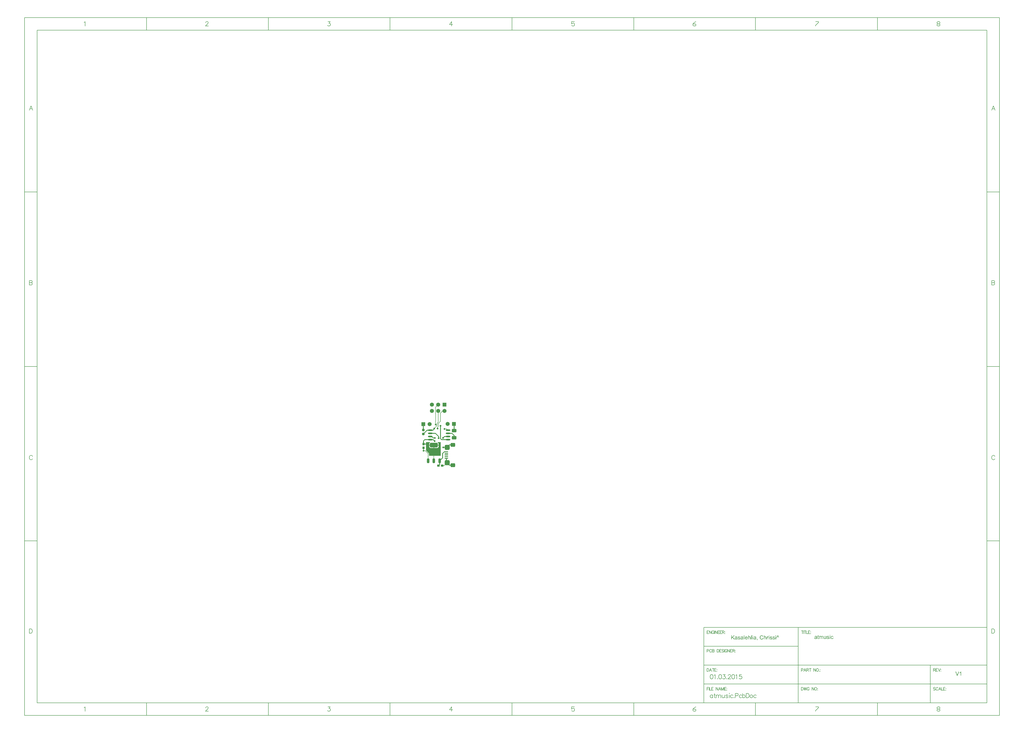
<source format=gtl>
%FSLAX44Y44*%
%MOMM*%
G71*
G01*
G75*
G04 Layer_Physical_Order=1*
G04 Layer_Color=255*
G04:AMPARAMS|DCode=10|XSize=0.9mm|YSize=0.95mm|CornerRadius=0.135mm|HoleSize=0mm|Usage=FLASHONLY|Rotation=180.000|XOffset=0mm|YOffset=0mm|HoleType=Round|Shape=RoundedRectangle|*
%AMROUNDEDRECTD10*
21,1,0.9000,0.6800,0,0,180.0*
21,1,0.6300,0.9500,0,0,180.0*
1,1,0.2700,-0.3150,0.3400*
1,1,0.2700,0.3150,0.3400*
1,1,0.2700,0.3150,-0.3400*
1,1,0.2700,-0.3150,-0.3400*
%
%ADD10ROUNDEDRECTD10*%
G04:AMPARAMS|DCode=11|XSize=0.9mm|YSize=0.95mm|CornerRadius=0.135mm|HoleSize=0mm|Usage=FLASHONLY|Rotation=270.000|XOffset=0mm|YOffset=0mm|HoleType=Round|Shape=RoundedRectangle|*
%AMROUNDEDRECTD11*
21,1,0.9000,0.6800,0,0,270.0*
21,1,0.6300,0.9500,0,0,270.0*
1,1,0.2700,-0.3400,-0.3150*
1,1,0.2700,-0.3400,0.3150*
1,1,0.2700,0.3400,0.3150*
1,1,0.2700,0.3400,-0.3150*
%
%ADD11ROUNDEDRECTD11*%
G04:AMPARAMS|DCode=12|XSize=1.85mm|YSize=1.3mm|CornerRadius=0.195mm|HoleSize=0mm|Usage=FLASHONLY|Rotation=0.000|XOffset=0mm|YOffset=0mm|HoleType=Round|Shape=RoundedRectangle|*
%AMROUNDEDRECTD12*
21,1,1.8500,0.9100,0,0,0.0*
21,1,1.4600,1.3000,0,0,0.0*
1,1,0.3900,0.7300,-0.4550*
1,1,0.3900,-0.7300,-0.4550*
1,1,0.3900,-0.7300,0.4550*
1,1,0.3900,0.7300,0.4550*
%
%ADD12ROUNDEDRECTD12*%
G04:AMPARAMS|DCode=13|XSize=1mm|YSize=0.95mm|CornerRadius=0.2375mm|HoleSize=0mm|Usage=FLASHONLY|Rotation=0.000|XOffset=0mm|YOffset=0mm|HoleType=Round|Shape=RoundedRectangle|*
%AMROUNDEDRECTD13*
21,1,1.0000,0.4750,0,0,0.0*
21,1,0.5250,0.9500,0,0,0.0*
1,1,0.4750,0.2625,-0.2375*
1,1,0.4750,-0.2625,-0.2375*
1,1,0.4750,-0.2625,0.2375*
1,1,0.4750,0.2625,0.2375*
%
%ADD13ROUNDEDRECTD13*%
%ADD14O,1.8500X0.6000*%
G04:AMPARAMS|DCode=15|XSize=1.6mm|YSize=1.9mm|CornerRadius=0.4mm|HoleSize=0mm|Usage=FLASHONLY|Rotation=270.000|XOffset=0mm|YOffset=0mm|HoleType=Round|Shape=RoundedRectangle|*
%AMROUNDEDRECTD15*
21,1,1.6000,1.1000,0,0,270.0*
21,1,0.8000,1.9000,0,0,270.0*
1,1,0.8000,-0.5500,-0.4000*
1,1,0.8000,-0.5500,0.4000*
1,1,0.8000,0.5500,0.4000*
1,1,0.8000,0.5500,-0.4000*
%
%ADD15ROUNDEDRECTD15*%
G04:AMPARAMS|DCode=16|XSize=2.1mm|YSize=2mm|CornerRadius=0.5mm|HoleSize=0mm|Usage=FLASHONLY|Rotation=270.000|XOffset=0mm|YOffset=0mm|HoleType=Round|Shape=RoundedRectangle|*
%AMROUNDEDRECTD16*
21,1,2.1000,1.0000,0,0,270.0*
21,1,1.1000,2.0000,0,0,270.0*
1,1,1.0000,-0.5000,-0.5500*
1,1,1.0000,-0.5000,0.5500*
1,1,1.0000,0.5000,0.5500*
1,1,1.0000,0.5000,-0.5500*
%
%ADD16ROUNDEDRECTD16*%
G04:AMPARAMS|DCode=17|XSize=0.4mm|YSize=1.35mm|CornerRadius=0.1mm|HoleSize=0mm|Usage=FLASHONLY|Rotation=270.000|XOffset=0mm|YOffset=0mm|HoleType=Round|Shape=RoundedRectangle|*
%AMROUNDEDRECTD17*
21,1,0.4000,1.1500,0,0,270.0*
21,1,0.2000,1.3500,0,0,270.0*
1,1,0.2000,-0.5750,-0.1000*
1,1,0.2000,-0.5750,0.1000*
1,1,0.2000,0.5750,0.1000*
1,1,0.2000,0.5750,-0.1000*
%
%ADD17ROUNDEDRECTD17*%
G04:AMPARAMS|DCode=18|XSize=3.3mm|YSize=1.85mm|CornerRadius=0.4625mm|HoleSize=0mm|Usage=FLASHONLY|Rotation=180.000|XOffset=0mm|YOffset=0mm|HoleType=Round|Shape=RoundedRectangle|*
%AMROUNDEDRECTD18*
21,1,3.3000,0.9250,0,0,180.0*
21,1,2.3750,1.8500,0,0,180.0*
1,1,0.9250,-1.1875,0.4625*
1,1,0.9250,1.1875,0.4625*
1,1,0.9250,1.1875,-0.4625*
1,1,0.9250,-1.1875,-0.4625*
%
%ADD18ROUNDEDRECTD18*%
G04:AMPARAMS|DCode=19|XSize=0.95mm|YSize=1.85mm|CornerRadius=0.2375mm|HoleSize=0mm|Usage=FLASHONLY|Rotation=180.000|XOffset=0mm|YOffset=0mm|HoleType=Round|Shape=RoundedRectangle|*
%AMROUNDEDRECTD19*
21,1,0.9500,1.3750,0,0,180.0*
21,1,0.4750,1.8500,0,0,180.0*
1,1,0.4750,-0.2375,0.6875*
1,1,0.4750,0.2375,0.6875*
1,1,0.4750,0.2375,-0.6875*
1,1,0.4750,-0.2375,-0.6875*
%
%ADD19ROUNDEDRECTD19*%
%ADD20C,0.2000*%
%ADD21C,0.3000*%
%ADD22C,0.1270*%
%ADD23C,0.1778*%
%ADD24C,1.6500*%
%ADD25R,1.6500X1.6500*%
%ADD26C,0.7000*%
G36*
X430000Y50000D02*
X382059D01*
Y59000D01*
X381826Y60170D01*
X381163Y61163D01*
X381163Y61163D01*
X370163Y72163D01*
X370000Y72272D01*
Y105000D01*
X386492D01*
X386744Y103730D01*
X386512Y103634D01*
X385015Y102485D01*
X383866Y100988D01*
X383144Y99245D01*
X382898Y97375D01*
Y94020D01*
X421102D01*
Y97375D01*
X420856Y99245D01*
X420134Y100988D01*
X418985Y102485D01*
X417488Y103634D01*
X417256Y103730D01*
X417508Y105000D01*
X430000D01*
Y50000D01*
D02*
G37*
%LPC*%
G36*
X400730Y91480D02*
X382898D01*
Y88125D01*
X383144Y86255D01*
X383866Y84512D01*
X385015Y83015D01*
X386512Y81866D01*
X388255Y81144D01*
X390125Y80898D01*
X400730D01*
Y91480D01*
D02*
G37*
G36*
X421102D02*
X403270D01*
Y80898D01*
X413875D01*
X415745Y81144D01*
X417488Y81866D01*
X418985Y83015D01*
X420134Y84512D01*
X420856Y86255D01*
X421102Y88125D01*
Y91480D01*
D02*
G37*
%LPD*%
G36*
X1756599Y-692000D02*
X1754633D01*
Y-680384D01*
X1756599D01*
Y-692000D01*
D02*
G37*
G36*
X1783973D02*
X1782006D01*
Y-680384D01*
X1783973D01*
Y-692000D01*
D02*
G37*
G36*
X1699098Y-680153D02*
X1699445Y-680176D01*
X1699838Y-680222D01*
X1700232Y-680292D01*
X1700625Y-680384D01*
X1700995Y-680500D01*
X1701042Y-680523D01*
X1701157Y-680569D01*
X1701319Y-680639D01*
X1701528Y-680731D01*
X1701759Y-680870D01*
X1701990Y-681009D01*
X1702199Y-681194D01*
X1702384Y-681379D01*
X1702407Y-681402D01*
X1702453Y-681472D01*
X1702523Y-681587D01*
X1702615Y-681726D01*
X1702731Y-681934D01*
X1702823Y-682143D01*
X1702916Y-682397D01*
X1702985Y-682698D01*
Y-682721D01*
X1703009Y-682791D01*
X1703032Y-682929D01*
X1703055Y-683114D01*
Y-683369D01*
X1703078Y-683670D01*
X1703101Y-684063D01*
Y-684503D01*
Y-687141D01*
Y-687164D01*
Y-687256D01*
Y-687395D01*
Y-687580D01*
Y-687789D01*
Y-688043D01*
X1703124Y-688598D01*
Y-689177D01*
X1703147Y-689755D01*
X1703170Y-690010D01*
Y-690241D01*
X1703194Y-690450D01*
X1703217Y-690612D01*
Y-690635D01*
X1703240Y-690727D01*
X1703263Y-690866D01*
X1703332Y-691051D01*
X1703379Y-691260D01*
X1703471Y-691491D01*
X1703587Y-691746D01*
X1703703Y-692000D01*
X1701643D01*
X1701620Y-691977D01*
X1701597Y-691884D01*
X1701551Y-691769D01*
X1701481Y-691583D01*
X1701412Y-691375D01*
X1701366Y-691121D01*
X1701319Y-690843D01*
X1701273Y-690542D01*
X1701250D01*
X1701227Y-690589D01*
X1701088Y-690704D01*
X1700880Y-690866D01*
X1700602Y-691074D01*
X1700255Y-691283D01*
X1699908Y-691514D01*
X1699538Y-691722D01*
X1699144Y-691884D01*
X1699098Y-691907D01*
X1698959Y-691931D01*
X1698751Y-692000D01*
X1698496Y-692069D01*
X1698172Y-692139D01*
X1697802Y-692185D01*
X1697386Y-692231D01*
X1696969Y-692254D01*
X1696784D01*
X1696645Y-692231D01*
X1696483D01*
X1696298Y-692208D01*
X1695882Y-692139D01*
X1695419Y-692023D01*
X1694910Y-691861D01*
X1694447Y-691630D01*
X1694030Y-691329D01*
X1693984Y-691283D01*
X1693868Y-691167D01*
X1693706Y-690959D01*
X1693521Y-690681D01*
X1693336Y-690334D01*
X1693174Y-689941D01*
X1693058Y-689455D01*
X1693035Y-689223D01*
X1693012Y-688946D01*
Y-688899D01*
Y-688807D01*
X1693035Y-688645D01*
X1693058Y-688437D01*
X1693105Y-688182D01*
X1693174Y-687927D01*
X1693267Y-687650D01*
X1693383Y-687395D01*
X1693406Y-687372D01*
X1693452Y-687280D01*
X1693544Y-687141D01*
X1693660Y-686979D01*
X1693799Y-686794D01*
X1693984Y-686609D01*
X1694169Y-686423D01*
X1694401Y-686261D01*
X1694424Y-686238D01*
X1694516Y-686192D01*
X1694632Y-686099D01*
X1694817Y-686007D01*
X1695025Y-685914D01*
X1695280Y-685799D01*
X1695535Y-685706D01*
X1695835Y-685613D01*
X1695858D01*
X1695951Y-685590D01*
X1696090Y-685544D01*
X1696275Y-685521D01*
X1696506Y-685475D01*
X1696807Y-685428D01*
X1697154Y-685359D01*
X1697571Y-685313D01*
X1697594D01*
X1697686Y-685290D01*
X1697802D01*
X1697964Y-685266D01*
X1698149Y-685243D01*
X1698381Y-685197D01*
X1698635Y-685174D01*
X1698913Y-685128D01*
X1699468Y-685012D01*
X1700070Y-684896D01*
X1700602Y-684757D01*
X1700856Y-684688D01*
X1701088Y-684619D01*
Y-684595D01*
Y-684549D01*
X1701111Y-684410D01*
Y-684248D01*
Y-684156D01*
Y-684109D01*
Y-684086D01*
Y-684063D01*
Y-683924D01*
X1701088Y-683693D01*
X1701042Y-683438D01*
X1700972Y-683161D01*
X1700856Y-682883D01*
X1700718Y-682628D01*
X1700533Y-682420D01*
X1700509Y-682397D01*
X1700394Y-682305D01*
X1700209Y-682212D01*
X1699977Y-682073D01*
X1699653Y-681957D01*
X1699283Y-681842D01*
X1698820Y-681772D01*
X1698288Y-681749D01*
X1698057D01*
X1697825Y-681772D01*
X1697501Y-681819D01*
X1697177Y-681865D01*
X1696830Y-681957D01*
X1696506Y-682073D01*
X1696229Y-682235D01*
X1696205Y-682258D01*
X1696113Y-682328D01*
X1695997Y-682443D01*
X1695858Y-682628D01*
X1695720Y-682860D01*
X1695558Y-683161D01*
X1695419Y-683531D01*
X1695280Y-683948D01*
X1693359Y-683693D01*
Y-683670D01*
X1693383Y-683647D01*
Y-683577D01*
X1693406Y-683485D01*
X1693475Y-683276D01*
X1693568Y-682976D01*
X1693683Y-682675D01*
X1693822Y-682351D01*
X1694007Y-682027D01*
X1694216Y-681726D01*
X1694239Y-681703D01*
X1694331Y-681610D01*
X1694470Y-681472D01*
X1694655Y-681286D01*
X1694910Y-681101D01*
X1695211Y-680916D01*
X1695558Y-680708D01*
X1695951Y-680546D01*
X1695974D01*
X1695997Y-680523D01*
X1696067Y-680500D01*
X1696159Y-680477D01*
X1696391Y-680407D01*
X1696715Y-680338D01*
X1697085Y-680268D01*
X1697548Y-680199D01*
X1698033Y-680153D01*
X1698589Y-680129D01*
X1698843D01*
X1699098Y-680153D01*
D02*
G37*
G36*
X1736699Y-681726D02*
X1736723Y-681703D01*
X1736769Y-681657D01*
X1736838Y-681587D01*
X1736954Y-681472D01*
X1737070Y-681356D01*
X1737232Y-681217D01*
X1737440Y-681078D01*
X1737648Y-680916D01*
X1737880Y-680777D01*
X1738134Y-680639D01*
X1738736Y-680384D01*
X1739060Y-680268D01*
X1739407Y-680199D01*
X1739777Y-680153D01*
X1740147Y-680129D01*
X1740356D01*
X1740610Y-680153D01*
X1740911Y-680199D01*
X1741258Y-680245D01*
X1741628Y-680338D01*
X1741998Y-680477D01*
X1742369Y-680639D01*
X1742415Y-680662D01*
X1742531Y-680731D01*
X1742693Y-680847D01*
X1742901Y-681009D01*
X1743109Y-681217D01*
X1743340Y-681448D01*
X1743549Y-681726D01*
X1743734Y-682050D01*
X1743757Y-682096D01*
X1743803Y-682212D01*
X1743873Y-682420D01*
X1743942Y-682721D01*
X1744012Y-683091D01*
X1744081Y-683531D01*
X1744127Y-684063D01*
X1744150Y-684665D01*
Y-692000D01*
X1742184D01*
Y-684642D01*
Y-684619D01*
Y-684572D01*
Y-684503D01*
Y-684410D01*
X1742160Y-684156D01*
X1742114Y-683832D01*
X1742021Y-683485D01*
X1741906Y-683138D01*
X1741744Y-682791D01*
X1741536Y-682513D01*
X1741512Y-682490D01*
X1741420Y-682397D01*
X1741281Y-682281D01*
X1741073Y-682166D01*
X1740818Y-682027D01*
X1740517Y-681934D01*
X1740147Y-681842D01*
X1739731Y-681819D01*
X1739592D01*
X1739430Y-681842D01*
X1739198Y-681865D01*
X1738967Y-681934D01*
X1738689Y-682004D01*
X1738412Y-682120D01*
X1738111Y-682281D01*
X1738088Y-682305D01*
X1737995Y-682374D01*
X1737856Y-682467D01*
X1737694Y-682605D01*
X1737509Y-682791D01*
X1737324Y-682999D01*
X1737162Y-683253D01*
X1737023Y-683531D01*
X1737000Y-683577D01*
X1736977Y-683670D01*
X1736931Y-683855D01*
X1736861Y-684086D01*
X1736792Y-684387D01*
X1736746Y-684757D01*
X1736723Y-685174D01*
X1736699Y-685660D01*
Y-692000D01*
X1734733D01*
Y-675987D01*
X1736699D01*
Y-681726D01*
D02*
G37*
G36*
X1634493Y-680153D02*
X1634840Y-680176D01*
X1635210Y-680222D01*
X1635603Y-680315D01*
X1636020Y-680407D01*
X1636413Y-680546D01*
X1636436D01*
X1636460Y-680569D01*
X1636575Y-680615D01*
X1636760Y-680708D01*
X1636992Y-680824D01*
X1637246Y-680986D01*
X1637501Y-681171D01*
X1637732Y-681379D01*
X1637941Y-681610D01*
X1637964Y-681634D01*
X1638010Y-681726D01*
X1638103Y-681888D01*
X1638218Y-682073D01*
X1638334Y-682351D01*
X1638450Y-682652D01*
X1638542Y-682999D01*
X1638635Y-683392D01*
X1636714Y-683647D01*
Y-683600D01*
X1636691Y-683508D01*
X1636645Y-683346D01*
X1636575Y-683138D01*
X1636460Y-682929D01*
X1636321Y-682698D01*
X1636159Y-682467D01*
X1635927Y-682258D01*
X1635904Y-682235D01*
X1635812Y-682189D01*
X1635673Y-682096D01*
X1635465Y-682004D01*
X1635233Y-681911D01*
X1634932Y-681819D01*
X1634562Y-681772D01*
X1634169Y-681749D01*
X1633937D01*
X1633706Y-681772D01*
X1633405Y-681796D01*
X1633104Y-681865D01*
X1632780Y-681934D01*
X1632480Y-682050D01*
X1632225Y-682212D01*
X1632202Y-682235D01*
X1632133Y-682281D01*
X1632040Y-682374D01*
X1631947Y-682513D01*
X1631832Y-682652D01*
X1631739Y-682837D01*
X1631670Y-683045D01*
X1631647Y-683253D01*
Y-683276D01*
Y-683323D01*
X1631670Y-683392D01*
Y-683485D01*
X1631739Y-683716D01*
X1631878Y-683948D01*
X1631901Y-683971D01*
X1631924Y-683994D01*
X1631971Y-684063D01*
X1632063Y-684133D01*
X1632156Y-684202D01*
X1632294Y-684295D01*
X1632457Y-684364D01*
X1632642Y-684456D01*
X1632665D01*
X1632711Y-684480D01*
X1632803Y-684503D01*
X1632966Y-684572D01*
X1633197Y-684642D01*
X1633498Y-684711D01*
X1633683Y-684781D01*
X1633891Y-684827D01*
X1634122Y-684896D01*
X1634377Y-684966D01*
X1634400D01*
X1634470Y-684989D01*
X1634585Y-685012D01*
X1634724Y-685058D01*
X1634886Y-685104D01*
X1635094Y-685151D01*
X1635534Y-685290D01*
X1636020Y-685428D01*
X1636506Y-685590D01*
X1636945Y-685752D01*
X1637131Y-685822D01*
X1637293Y-685891D01*
X1637339Y-685914D01*
X1637431Y-685961D01*
X1637570Y-686030D01*
X1637778Y-686146D01*
X1637987Y-686285D01*
X1638195Y-686470D01*
X1638403Y-686678D01*
X1638588Y-686909D01*
X1638611Y-686933D01*
X1638658Y-687025D01*
X1638750Y-687164D01*
X1638843Y-687372D01*
X1638912Y-687627D01*
X1639005Y-687904D01*
X1639051Y-688228D01*
X1639074Y-688598D01*
Y-688645D01*
Y-688761D01*
X1639051Y-688946D01*
X1639005Y-689200D01*
X1638936Y-689478D01*
X1638820Y-689779D01*
X1638681Y-690126D01*
X1638496Y-690450D01*
X1638473Y-690496D01*
X1638380Y-690589D01*
X1638264Y-690751D01*
X1638079Y-690936D01*
X1637825Y-691144D01*
X1637547Y-691375D01*
X1637223Y-691583D01*
X1636830Y-691792D01*
X1636807D01*
X1636783Y-691815D01*
X1636645Y-691861D01*
X1636413Y-691931D01*
X1636113Y-692023D01*
X1635742Y-692116D01*
X1635326Y-692185D01*
X1634886Y-692231D01*
X1634377Y-692254D01*
X1634169D01*
X1634007Y-692231D01*
X1633822D01*
X1633590Y-692208D01*
X1633359Y-692185D01*
X1633104Y-692139D01*
X1632549Y-692023D01*
X1631971Y-691861D01*
X1631415Y-691630D01*
X1631161Y-691491D01*
X1630929Y-691329D01*
X1630906Y-691306D01*
X1630883Y-691283D01*
X1630744Y-691144D01*
X1630536Y-690936D01*
X1630305Y-690612D01*
X1630050Y-690218D01*
X1629795Y-689755D01*
X1629587Y-689177D01*
X1629425Y-688529D01*
X1631369Y-688228D01*
Y-688251D01*
Y-688275D01*
X1631415Y-688413D01*
X1631461Y-688645D01*
X1631554Y-688899D01*
X1631670Y-689177D01*
X1631808Y-689478D01*
X1632017Y-689779D01*
X1632271Y-690033D01*
X1632318Y-690056D01*
X1632410Y-690126D01*
X1632595Y-690218D01*
X1632827Y-690334D01*
X1633127Y-690450D01*
X1633475Y-690542D01*
X1633891Y-690612D01*
X1634377Y-690635D01*
X1634608D01*
X1634840Y-690612D01*
X1635141Y-690565D01*
X1635465Y-690496D01*
X1635812Y-690403D01*
X1636113Y-690288D01*
X1636390Y-690103D01*
X1636413Y-690079D01*
X1636506Y-690010D01*
X1636598Y-689894D01*
X1636737Y-689732D01*
X1636853Y-689547D01*
X1636969Y-689316D01*
X1637038Y-689084D01*
X1637061Y-688807D01*
Y-688784D01*
Y-688691D01*
X1637038Y-688575D01*
X1636992Y-688413D01*
X1636922Y-688251D01*
X1636807Y-688089D01*
X1636668Y-687904D01*
X1636460Y-687766D01*
X1636436Y-687742D01*
X1636367Y-687719D01*
X1636251Y-687650D01*
X1636066Y-687580D01*
X1635789Y-687488D01*
X1635627Y-687418D01*
X1635441Y-687372D01*
X1635233Y-687303D01*
X1635002Y-687233D01*
X1634747Y-687164D01*
X1634446Y-687094D01*
X1634423D01*
X1634354Y-687071D01*
X1634238Y-687048D01*
X1634099Y-687002D01*
X1633914Y-686956D01*
X1633706Y-686886D01*
X1633266Y-686770D01*
X1632757Y-686609D01*
X1632271Y-686470D01*
X1631808Y-686308D01*
X1631600Y-686215D01*
X1631438Y-686146D01*
X1631392Y-686123D01*
X1631299Y-686076D01*
X1631161Y-685984D01*
X1630975Y-685868D01*
X1630767Y-685706D01*
X1630559Y-685521D01*
X1630351Y-685313D01*
X1630166Y-685058D01*
X1630143Y-685035D01*
X1630096Y-684942D01*
X1630027Y-684781D01*
X1629957Y-684595D01*
X1629888Y-684364D01*
X1629819Y-684086D01*
X1629772Y-683809D01*
X1629749Y-683485D01*
Y-683438D01*
Y-683346D01*
X1629772Y-683207D01*
X1629795Y-682999D01*
X1629842Y-682791D01*
X1629888Y-682536D01*
X1629980Y-682305D01*
X1630096Y-682050D01*
X1630119Y-682027D01*
X1630166Y-681934D01*
X1630235Y-681819D01*
X1630351Y-681657D01*
X1630490Y-681495D01*
X1630652Y-681286D01*
X1630837Y-681101D01*
X1631068Y-680939D01*
X1631091Y-680916D01*
X1631161Y-680893D01*
X1631253Y-680824D01*
X1631392Y-680754D01*
X1631577Y-680662D01*
X1631785Y-680569D01*
X1632040Y-680477D01*
X1632318Y-680384D01*
X1632364Y-680361D01*
X1632457Y-680338D01*
X1632618Y-680292D01*
X1632827Y-680245D01*
X1633081Y-680199D01*
X1633359Y-680176D01*
X1633683Y-680129D01*
X1634238D01*
X1634493Y-680153D01*
D02*
G37*
G36*
X1763888D02*
X1764235Y-680176D01*
X1764606Y-680222D01*
X1764999Y-680315D01*
X1765415Y-680407D01*
X1765809Y-680546D01*
X1765832D01*
X1765855Y-680569D01*
X1765971Y-680615D01*
X1766156Y-680708D01*
X1766387Y-680824D01*
X1766642Y-680986D01*
X1766896Y-681171D01*
X1767128Y-681379D01*
X1767336Y-681610D01*
X1767359Y-681634D01*
X1767405Y-681726D01*
X1767498Y-681888D01*
X1767614Y-682073D01*
X1767729Y-682351D01*
X1767845Y-682652D01*
X1767938Y-682999D01*
X1768030Y-683392D01*
X1766110Y-683647D01*
Y-683600D01*
X1766086Y-683508D01*
X1766040Y-683346D01*
X1765971Y-683138D01*
X1765855Y-682929D01*
X1765716Y-682698D01*
X1765554Y-682467D01*
X1765323Y-682258D01*
X1765300Y-682235D01*
X1765207Y-682189D01*
X1765068Y-682096D01*
X1764860Y-682004D01*
X1764629Y-681911D01*
X1764328Y-681819D01*
X1763958Y-681772D01*
X1763564Y-681749D01*
X1763333D01*
X1763102Y-681772D01*
X1762801Y-681796D01*
X1762500Y-681865D01*
X1762176Y-681934D01*
X1761875Y-682050D01*
X1761621Y-682212D01*
X1761597Y-682235D01*
X1761528Y-682281D01*
X1761436Y-682374D01*
X1761343Y-682513D01*
X1761227Y-682652D01*
X1761135Y-682837D01*
X1761065Y-683045D01*
X1761042Y-683253D01*
Y-683276D01*
Y-683323D01*
X1761065Y-683392D01*
Y-683485D01*
X1761135Y-683716D01*
X1761273Y-683948D01*
X1761297Y-683971D01*
X1761320Y-683994D01*
X1761366Y-684063D01*
X1761459Y-684133D01*
X1761551Y-684202D01*
X1761690Y-684295D01*
X1761852Y-684364D01*
X1762037Y-684456D01*
X1762060D01*
X1762106Y-684480D01*
X1762199Y-684503D01*
X1762361Y-684572D01*
X1762592Y-684642D01*
X1762893Y-684711D01*
X1763078Y-684781D01*
X1763287Y-684827D01*
X1763518Y-684896D01*
X1763772Y-684966D01*
X1763796D01*
X1763865Y-684989D01*
X1763981Y-685012D01*
X1764120Y-685058D01*
X1764282Y-685104D01*
X1764490Y-685151D01*
X1764930Y-685290D01*
X1765415Y-685428D01*
X1765901Y-685590D01*
X1766341Y-685752D01*
X1766526Y-685822D01*
X1766688Y-685891D01*
X1766734Y-685914D01*
X1766827Y-685961D01*
X1766966Y-686030D01*
X1767174Y-686146D01*
X1767382Y-686285D01*
X1767590Y-686470D01*
X1767799Y-686678D01*
X1767984Y-686909D01*
X1768007Y-686933D01*
X1768053Y-687025D01*
X1768146Y-687164D01*
X1768238Y-687372D01*
X1768308Y-687627D01*
X1768400Y-687904D01*
X1768447Y-688228D01*
X1768470Y-688598D01*
Y-688645D01*
Y-688761D01*
X1768447Y-688946D01*
X1768400Y-689200D01*
X1768331Y-689478D01*
X1768215Y-689779D01*
X1768076Y-690126D01*
X1767891Y-690450D01*
X1767868Y-690496D01*
X1767776Y-690589D01*
X1767660Y-690751D01*
X1767475Y-690936D01*
X1767220Y-691144D01*
X1766943Y-691375D01*
X1766619Y-691583D01*
X1766225Y-691792D01*
X1766202D01*
X1766179Y-691815D01*
X1766040Y-691861D01*
X1765809Y-691931D01*
X1765508Y-692023D01*
X1765138Y-692116D01*
X1764721Y-692185D01*
X1764282Y-692231D01*
X1763772Y-692254D01*
X1763564D01*
X1763402Y-692231D01*
X1763217D01*
X1762986Y-692208D01*
X1762754Y-692185D01*
X1762500Y-692139D01*
X1761944Y-692023D01*
X1761366Y-691861D01*
X1760811Y-691630D01*
X1760556Y-691491D01*
X1760325Y-691329D01*
X1760302Y-691306D01*
X1760278Y-691283D01*
X1760140Y-691144D01*
X1759931Y-690936D01*
X1759700Y-690612D01*
X1759445Y-690218D01*
X1759191Y-689755D01*
X1758983Y-689177D01*
X1758821Y-688529D01*
X1760764Y-688228D01*
Y-688251D01*
Y-688275D01*
X1760811Y-688413D01*
X1760857Y-688645D01*
X1760950Y-688899D01*
X1761065Y-689177D01*
X1761204Y-689478D01*
X1761412Y-689779D01*
X1761667Y-690033D01*
X1761713Y-690056D01*
X1761806Y-690126D01*
X1761991Y-690218D01*
X1762222Y-690334D01*
X1762523Y-690450D01*
X1762870Y-690542D01*
X1763287Y-690612D01*
X1763772Y-690635D01*
X1764004D01*
X1764235Y-690612D01*
X1764536Y-690565D01*
X1764860Y-690496D01*
X1765207Y-690403D01*
X1765508Y-690288D01*
X1765786Y-690103D01*
X1765809Y-690079D01*
X1765901Y-690010D01*
X1765994Y-689894D01*
X1766133Y-689732D01*
X1766248Y-689547D01*
X1766364Y-689316D01*
X1766434Y-689084D01*
X1766457Y-688807D01*
Y-688784D01*
Y-688691D01*
X1766434Y-688575D01*
X1766387Y-688413D01*
X1766318Y-688251D01*
X1766202Y-688089D01*
X1766063Y-687904D01*
X1765855Y-687766D01*
X1765832Y-687742D01*
X1765762Y-687719D01*
X1765647Y-687650D01*
X1765462Y-687580D01*
X1765184Y-687488D01*
X1765022Y-687418D01*
X1764837Y-687372D01*
X1764629Y-687303D01*
X1764397Y-687233D01*
X1764143Y-687164D01*
X1763842Y-687094D01*
X1763819D01*
X1763749Y-687071D01*
X1763634Y-687048D01*
X1763495Y-687002D01*
X1763310Y-686956D01*
X1763102Y-686886D01*
X1762662Y-686770D01*
X1762153Y-686609D01*
X1761667Y-686470D01*
X1761204Y-686308D01*
X1760996Y-686215D01*
X1760834Y-686146D01*
X1760788Y-686123D01*
X1760695Y-686076D01*
X1760556Y-685984D01*
X1760371Y-685868D01*
X1760163Y-685706D01*
X1759955Y-685521D01*
X1759746Y-685313D01*
X1759561Y-685058D01*
X1759538Y-685035D01*
X1759492Y-684942D01*
X1759422Y-684781D01*
X1759353Y-684595D01*
X1759283Y-684364D01*
X1759214Y-684086D01*
X1759168Y-683809D01*
X1759145Y-683485D01*
Y-683438D01*
Y-683346D01*
X1759168Y-683207D01*
X1759191Y-682999D01*
X1759237Y-682791D01*
X1759283Y-682536D01*
X1759376Y-682305D01*
X1759492Y-682050D01*
X1759515Y-682027D01*
X1759561Y-681934D01*
X1759631Y-681819D01*
X1759746Y-681657D01*
X1759885Y-681495D01*
X1760047Y-681286D01*
X1760232Y-681101D01*
X1760464Y-680939D01*
X1760487Y-680916D01*
X1760556Y-680893D01*
X1760649Y-680824D01*
X1760788Y-680754D01*
X1760973Y-680662D01*
X1761181Y-680569D01*
X1761436Y-680477D01*
X1761713Y-680384D01*
X1761759Y-680361D01*
X1761852Y-680338D01*
X1762014Y-680292D01*
X1762222Y-680245D01*
X1762477Y-680199D01*
X1762754Y-680176D01*
X1763078Y-680129D01*
X1763634D01*
X1763888Y-680153D01*
D02*
G37*
G36*
X1795404Y-684456D02*
X1793437D01*
X1790730Y-677954D01*
X1788092Y-684456D01*
X1786079D01*
X1789943Y-675710D01*
X1791517D01*
X1795404Y-684456D01*
D02*
G37*
G36*
X1609225Y-682490D02*
X1616236Y-692000D01*
X1613436D01*
X1607744Y-683924D01*
X1605129Y-686447D01*
Y-692000D01*
X1603000D01*
Y-675987D01*
X1605129D01*
Y-683948D01*
X1613042Y-675987D01*
X1615935D01*
X1609225Y-682490D01*
D02*
G37*
G36*
X1623178Y-680153D02*
X1623525Y-680176D01*
X1623918Y-680222D01*
X1624311Y-680292D01*
X1624705Y-680384D01*
X1625075Y-680500D01*
X1625121Y-680523D01*
X1625237Y-680569D01*
X1625399Y-680639D01*
X1625607Y-680731D01*
X1625839Y-680870D01*
X1626070Y-681009D01*
X1626278Y-681194D01*
X1626463Y-681379D01*
X1626487Y-681402D01*
X1626533Y-681472D01*
X1626602Y-681587D01*
X1626695Y-681726D01*
X1626810Y-681934D01*
X1626903Y-682143D01*
X1626996Y-682397D01*
X1627065Y-682698D01*
Y-682721D01*
X1627088Y-682791D01*
X1627111Y-682929D01*
X1627134Y-683114D01*
Y-683369D01*
X1627157Y-683670D01*
X1627181Y-684063D01*
Y-684503D01*
Y-687141D01*
Y-687164D01*
Y-687256D01*
Y-687395D01*
Y-687580D01*
Y-687789D01*
Y-688043D01*
X1627204Y-688598D01*
Y-689177D01*
X1627227Y-689755D01*
X1627250Y-690010D01*
Y-690241D01*
X1627273Y-690450D01*
X1627296Y-690612D01*
Y-690635D01*
X1627319Y-690727D01*
X1627343Y-690866D01*
X1627412Y-691051D01*
X1627458Y-691260D01*
X1627551Y-691491D01*
X1627667Y-691746D01*
X1627782Y-692000D01*
X1625723D01*
X1625700Y-691977D01*
X1625677Y-691884D01*
X1625630Y-691769D01*
X1625561Y-691583D01*
X1625491Y-691375D01*
X1625445Y-691121D01*
X1625399Y-690843D01*
X1625353Y-690542D01*
X1625329D01*
X1625306Y-690589D01*
X1625168Y-690704D01*
X1624959Y-690866D01*
X1624682Y-691074D01*
X1624335Y-691283D01*
X1623987Y-691514D01*
X1623617Y-691722D01*
X1623224Y-691884D01*
X1623178Y-691907D01*
X1623039Y-691931D01*
X1622831Y-692000D01*
X1622576Y-692069D01*
X1622252Y-692139D01*
X1621882Y-692185D01*
X1621465Y-692231D01*
X1621049Y-692254D01*
X1620864D01*
X1620725Y-692231D01*
X1620563D01*
X1620378Y-692208D01*
X1619961Y-692139D01*
X1619498Y-692023D01*
X1618989Y-691861D01*
X1618526Y-691630D01*
X1618110Y-691329D01*
X1618064Y-691283D01*
X1617948Y-691167D01*
X1617786Y-690959D01*
X1617601Y-690681D01*
X1617416Y-690334D01*
X1617254Y-689941D01*
X1617138Y-689455D01*
X1617115Y-689223D01*
X1617092Y-688946D01*
Y-688899D01*
Y-688807D01*
X1617115Y-688645D01*
X1617138Y-688437D01*
X1617184Y-688182D01*
X1617254Y-687927D01*
X1617346Y-687650D01*
X1617462Y-687395D01*
X1617485Y-687372D01*
X1617531Y-687280D01*
X1617624Y-687141D01*
X1617740Y-686979D01*
X1617879Y-686794D01*
X1618064Y-686609D01*
X1618249Y-686423D01*
X1618480Y-686261D01*
X1618503Y-686238D01*
X1618596Y-686192D01*
X1618712Y-686099D01*
X1618897Y-686007D01*
X1619105Y-685914D01*
X1619360Y-685799D01*
X1619614Y-685706D01*
X1619915Y-685613D01*
X1619938D01*
X1620031Y-685590D01*
X1620169Y-685544D01*
X1620354Y-685521D01*
X1620586Y-685475D01*
X1620887Y-685428D01*
X1621234Y-685359D01*
X1621650Y-685313D01*
X1621673D01*
X1621766Y-685290D01*
X1621882D01*
X1622044Y-685266D01*
X1622229Y-685243D01*
X1622460Y-685197D01*
X1622715Y-685174D01*
X1622992Y-685128D01*
X1623548Y-685012D01*
X1624149Y-684896D01*
X1624682Y-684757D01*
X1624936Y-684688D01*
X1625168Y-684619D01*
Y-684595D01*
Y-684549D01*
X1625191Y-684410D01*
Y-684248D01*
Y-684156D01*
Y-684109D01*
Y-684086D01*
Y-684063D01*
Y-683924D01*
X1625168Y-683693D01*
X1625121Y-683438D01*
X1625052Y-683161D01*
X1624936Y-682883D01*
X1624797Y-682628D01*
X1624612Y-682420D01*
X1624589Y-682397D01*
X1624473Y-682305D01*
X1624288Y-682212D01*
X1624057Y-682073D01*
X1623733Y-681957D01*
X1623363Y-681842D01*
X1622900Y-681772D01*
X1622368Y-681749D01*
X1622136D01*
X1621905Y-681772D01*
X1621581Y-681819D01*
X1621257Y-681865D01*
X1620910Y-681957D01*
X1620586Y-682073D01*
X1620308Y-682235D01*
X1620285Y-682258D01*
X1620193Y-682328D01*
X1620077Y-682443D01*
X1619938Y-682628D01*
X1619799Y-682860D01*
X1619637Y-683161D01*
X1619498Y-683531D01*
X1619360Y-683948D01*
X1617439Y-683693D01*
Y-683670D01*
X1617462Y-683647D01*
Y-683577D01*
X1617485Y-683485D01*
X1617555Y-683276D01*
X1617647Y-682976D01*
X1617763Y-682675D01*
X1617902Y-682351D01*
X1618087Y-682027D01*
X1618295Y-681726D01*
X1618318Y-681703D01*
X1618411Y-681610D01*
X1618550Y-681472D01*
X1618735Y-681286D01*
X1618989Y-681101D01*
X1619290Y-680916D01*
X1619637Y-680708D01*
X1620031Y-680546D01*
X1620054D01*
X1620077Y-680523D01*
X1620146Y-680500D01*
X1620239Y-680477D01*
X1620470Y-680407D01*
X1620794Y-680338D01*
X1621164Y-680268D01*
X1621627Y-680199D01*
X1622113Y-680153D01*
X1622668Y-680129D01*
X1622923D01*
X1623178Y-680153D01*
D02*
G37*
G36*
X1646826D02*
X1647173Y-680176D01*
X1647567Y-680222D01*
X1647960Y-680292D01*
X1648353Y-680384D01*
X1648723Y-680500D01*
X1648770Y-680523D01*
X1648885Y-680569D01*
X1649047Y-680639D01*
X1649256Y-680731D01*
X1649487Y-680870D01*
X1649718Y-681009D01*
X1649927Y-681194D01*
X1650112Y-681379D01*
X1650135Y-681402D01*
X1650181Y-681472D01*
X1650251Y-681587D01*
X1650343Y-681726D01*
X1650459Y-681934D01*
X1650551Y-682143D01*
X1650644Y-682397D01*
X1650713Y-682698D01*
Y-682721D01*
X1650737Y-682791D01*
X1650760Y-682929D01*
X1650783Y-683114D01*
Y-683369D01*
X1650806Y-683670D01*
X1650829Y-684063D01*
Y-684503D01*
Y-687141D01*
Y-687164D01*
Y-687256D01*
Y-687395D01*
Y-687580D01*
Y-687789D01*
Y-688043D01*
X1650852Y-688598D01*
Y-689177D01*
X1650875Y-689755D01*
X1650899Y-690010D01*
Y-690241D01*
X1650922Y-690450D01*
X1650945Y-690612D01*
Y-690635D01*
X1650968Y-690727D01*
X1650991Y-690866D01*
X1651060Y-691051D01*
X1651107Y-691260D01*
X1651199Y-691491D01*
X1651315Y-691746D01*
X1651431Y-692000D01*
X1649371D01*
X1649348Y-691977D01*
X1649325Y-691884D01*
X1649279Y-691769D01*
X1649209Y-691583D01*
X1649140Y-691375D01*
X1649094Y-691121D01*
X1649047Y-690843D01*
X1649001Y-690542D01*
X1648978D01*
X1648955Y-690589D01*
X1648816Y-690704D01*
X1648608Y-690866D01*
X1648330Y-691074D01*
X1647983Y-691283D01*
X1647636Y-691514D01*
X1647266Y-691722D01*
X1646872Y-691884D01*
X1646826Y-691907D01*
X1646687Y-691931D01*
X1646479Y-692000D01*
X1646224Y-692069D01*
X1645900Y-692139D01*
X1645530Y-692185D01*
X1645114Y-692231D01*
X1644697Y-692254D01*
X1644512D01*
X1644373Y-692231D01*
X1644211D01*
X1644026Y-692208D01*
X1643610Y-692139D01*
X1643147Y-692023D01*
X1642638Y-691861D01*
X1642175Y-691630D01*
X1641759Y-691329D01*
X1641712Y-691283D01*
X1641597Y-691167D01*
X1641434Y-690959D01*
X1641249Y-690681D01*
X1641064Y-690334D01*
X1640902Y-689941D01*
X1640787Y-689455D01*
X1640764Y-689223D01*
X1640740Y-688946D01*
Y-688899D01*
Y-688807D01*
X1640764Y-688645D01*
X1640787Y-688437D01*
X1640833Y-688182D01*
X1640902Y-687927D01*
X1640995Y-687650D01*
X1641111Y-687395D01*
X1641134Y-687372D01*
X1641180Y-687280D01*
X1641273Y-687141D01*
X1641388Y-686979D01*
X1641527Y-686794D01*
X1641712Y-686609D01*
X1641897Y-686423D01*
X1642129Y-686261D01*
X1642152Y-686238D01*
X1642244Y-686192D01*
X1642360Y-686099D01*
X1642545Y-686007D01*
X1642753Y-685914D01*
X1643008Y-685799D01*
X1643263Y-685706D01*
X1643563Y-685613D01*
X1643586D01*
X1643679Y-685590D01*
X1643818Y-685544D01*
X1644003Y-685521D01*
X1644234Y-685475D01*
X1644535Y-685428D01*
X1644882Y-685359D01*
X1645299Y-685313D01*
X1645322D01*
X1645414Y-685290D01*
X1645530D01*
X1645692Y-685266D01*
X1645877Y-685243D01*
X1646109Y-685197D01*
X1646363Y-685174D01*
X1646641Y-685128D01*
X1647196Y-685012D01*
X1647798Y-684896D01*
X1648330Y-684757D01*
X1648585Y-684688D01*
X1648816Y-684619D01*
Y-684595D01*
Y-684549D01*
X1648839Y-684410D01*
Y-684248D01*
Y-684156D01*
Y-684109D01*
Y-684086D01*
Y-684063D01*
Y-683924D01*
X1648816Y-683693D01*
X1648770Y-683438D01*
X1648700Y-683161D01*
X1648585Y-682883D01*
X1648446Y-682628D01*
X1648261Y-682420D01*
X1648237Y-682397D01*
X1648122Y-682305D01*
X1647937Y-682212D01*
X1647705Y-682073D01*
X1647381Y-681957D01*
X1647011Y-681842D01*
X1646548Y-681772D01*
X1646016Y-681749D01*
X1645785D01*
X1645553Y-681772D01*
X1645229Y-681819D01*
X1644905Y-681865D01*
X1644558Y-681957D01*
X1644234Y-682073D01*
X1643957Y-682235D01*
X1643934Y-682258D01*
X1643841Y-682328D01*
X1643725Y-682443D01*
X1643586Y-682628D01*
X1643448Y-682860D01*
X1643286Y-683161D01*
X1643147Y-683531D01*
X1643008Y-683948D01*
X1641087Y-683693D01*
Y-683670D01*
X1641111Y-683647D01*
Y-683577D01*
X1641134Y-683485D01*
X1641203Y-683276D01*
X1641296Y-682976D01*
X1641411Y-682675D01*
X1641550Y-682351D01*
X1641735Y-682027D01*
X1641944Y-681726D01*
X1641967Y-681703D01*
X1642059Y-681610D01*
X1642198Y-681472D01*
X1642383Y-681286D01*
X1642638Y-681101D01*
X1642939Y-680916D01*
X1643286Y-680708D01*
X1643679Y-680546D01*
X1643702D01*
X1643725Y-680523D01*
X1643795Y-680500D01*
X1643887Y-680477D01*
X1644119Y-680407D01*
X1644443Y-680338D01*
X1644813Y-680268D01*
X1645276Y-680199D01*
X1645762Y-680153D01*
X1646317Y-680129D01*
X1646572D01*
X1646826Y-680153D01*
D02*
G37*
G36*
X1708886Y-692000D02*
Y-692023D01*
Y-692046D01*
Y-692116D01*
Y-692208D01*
X1708863Y-692417D01*
X1708840Y-692717D01*
X1708770Y-693018D01*
X1708701Y-693365D01*
X1708585Y-693689D01*
X1708446Y-693990D01*
X1708423Y-694013D01*
X1708354Y-694106D01*
X1708261Y-694245D01*
X1708099Y-694430D01*
X1707914Y-694615D01*
X1707683Y-694800D01*
X1707382Y-695008D01*
X1707058Y-695170D01*
X1706503Y-694337D01*
X1706526Y-694314D01*
X1706595Y-694291D01*
X1706711Y-694221D01*
X1706850Y-694129D01*
X1706989Y-694013D01*
X1707150Y-693874D01*
X1707289Y-693712D01*
X1707405Y-693527D01*
X1707428Y-693504D01*
X1707451Y-693435D01*
X1707498Y-693296D01*
X1707567Y-693134D01*
X1707613Y-692926D01*
X1707683Y-692648D01*
X1707729Y-692347D01*
X1707752Y-692000D01*
X1706641D01*
Y-689755D01*
X1708886D01*
Y-692000D01*
D02*
G37*
G36*
X1663972Y-680153D02*
X1664157Y-680176D01*
X1664389Y-680222D01*
X1664643Y-680268D01*
X1664944Y-680338D01*
X1665222Y-680407D01*
X1665546Y-680523D01*
X1665847Y-680639D01*
X1666171Y-680800D01*
X1666494Y-680986D01*
X1666819Y-681194D01*
X1667119Y-681448D01*
X1667397Y-681726D01*
X1667420Y-681749D01*
X1667466Y-681796D01*
X1667536Y-681888D01*
X1667628Y-682027D01*
X1667744Y-682189D01*
X1667860Y-682374D01*
X1667999Y-682605D01*
X1668137Y-682883D01*
X1668276Y-683184D01*
X1668415Y-683508D01*
X1668531Y-683878D01*
X1668647Y-684271D01*
X1668739Y-684711D01*
X1668808Y-685174D01*
X1668855Y-685660D01*
X1668878Y-686192D01*
Y-686215D01*
Y-686308D01*
Y-686470D01*
X1668855Y-686701D01*
X1660177D01*
Y-686724D01*
Y-686794D01*
X1660201Y-686886D01*
Y-687025D01*
X1660224Y-687187D01*
X1660270Y-687372D01*
X1660339Y-687789D01*
X1660478Y-688251D01*
X1660663Y-688761D01*
X1660918Y-689223D01*
X1661242Y-689640D01*
X1661265D01*
X1661288Y-689686D01*
X1661427Y-689802D01*
X1661635Y-689964D01*
X1661913Y-690126D01*
X1662283Y-690311D01*
X1662700Y-690473D01*
X1663162Y-690589D01*
X1663417Y-690612D01*
X1663695Y-690635D01*
X1663880D01*
X1664088Y-690612D01*
X1664342Y-690565D01*
X1664620Y-690496D01*
X1664944Y-690403D01*
X1665245Y-690265D01*
X1665546Y-690079D01*
X1665569Y-690056D01*
X1665685Y-689964D01*
X1665824Y-689825D01*
X1665985Y-689640D01*
X1666171Y-689385D01*
X1666379Y-689061D01*
X1666587Y-688691D01*
X1666772Y-688251D01*
X1668808Y-688506D01*
Y-688529D01*
X1668785Y-688575D01*
X1668762Y-688668D01*
X1668716Y-688807D01*
X1668647Y-688946D01*
X1668577Y-689131D01*
X1668392Y-689524D01*
X1668161Y-689964D01*
X1667837Y-690426D01*
X1667466Y-690866D01*
X1667004Y-691283D01*
X1666980D01*
X1666934Y-691329D01*
X1666865Y-691375D01*
X1666772Y-691445D01*
X1666633Y-691514D01*
X1666494Y-691583D01*
X1666309Y-691676D01*
X1666101Y-691769D01*
X1665870Y-691861D01*
X1665638Y-691954D01*
X1665060Y-692093D01*
X1664412Y-692208D01*
X1663695Y-692254D01*
X1663440D01*
X1663278Y-692231D01*
X1663070Y-692208D01*
X1662815Y-692162D01*
X1662538Y-692116D01*
X1662237Y-692069D01*
X1661589Y-691884D01*
X1661242Y-691746D01*
X1660918Y-691607D01*
X1660571Y-691422D01*
X1660247Y-691213D01*
X1659946Y-690982D01*
X1659645Y-690704D01*
X1659622Y-690681D01*
X1659576Y-690635D01*
X1659506Y-690542D01*
X1659414Y-690403D01*
X1659298Y-690241D01*
X1659182Y-690056D01*
X1659044Y-689825D01*
X1658905Y-689570D01*
X1658766Y-689269D01*
X1658627Y-688946D01*
X1658511Y-688575D01*
X1658396Y-688182D01*
X1658303Y-687766D01*
X1658234Y-687303D01*
X1658188Y-686817D01*
X1658164Y-686308D01*
Y-686285D01*
Y-686169D01*
Y-686030D01*
X1658188Y-685822D01*
X1658211Y-685567D01*
X1658234Y-685290D01*
X1658280Y-684966D01*
X1658349Y-684642D01*
X1658535Y-683901D01*
X1658650Y-683531D01*
X1658789Y-683138D01*
X1658974Y-682767D01*
X1659182Y-682420D01*
X1659414Y-682073D01*
X1659668Y-681749D01*
X1659691Y-681726D01*
X1659738Y-681680D01*
X1659830Y-681610D01*
X1659946Y-681495D01*
X1660085Y-681379D01*
X1660270Y-681240D01*
X1660478Y-681078D01*
X1660733Y-680939D01*
X1660987Y-680777D01*
X1661288Y-680639D01*
X1661612Y-680500D01*
X1661959Y-680384D01*
X1662329Y-680268D01*
X1662723Y-680199D01*
X1663139Y-680153D01*
X1663579Y-680129D01*
X1663810D01*
X1663972Y-680153D01*
D02*
G37*
G36*
X1685654Y-692000D02*
X1683687D01*
Y-675987D01*
X1685654D01*
Y-692000D01*
D02*
G37*
G36*
X1690675D02*
X1688708D01*
Y-680384D01*
X1690675D01*
Y-692000D01*
D02*
G37*
G36*
X1655781D02*
X1653814D01*
Y-675987D01*
X1655781D01*
Y-692000D01*
D02*
G37*
G36*
X1673251Y-681726D02*
X1673274Y-681703D01*
X1673321Y-681657D01*
X1673390Y-681587D01*
X1673506Y-681472D01*
X1673621Y-681356D01*
X1673783Y-681217D01*
X1673992Y-681078D01*
X1674200Y-680916D01*
X1674431Y-680777D01*
X1674686Y-680639D01*
X1675287Y-680384D01*
X1675611Y-680268D01*
X1675959Y-680199D01*
X1676329Y-680153D01*
X1676699Y-680129D01*
X1676907D01*
X1677162Y-680153D01*
X1677463Y-680199D01*
X1677810Y-680245D01*
X1678180Y-680338D01*
X1678550Y-680477D01*
X1678920Y-680639D01*
X1678967Y-680662D01*
X1679082Y-680731D01*
X1679244Y-680847D01*
X1679453Y-681009D01*
X1679661Y-681217D01*
X1679892Y-681448D01*
X1680101Y-681726D01*
X1680286Y-682050D01*
X1680309Y-682096D01*
X1680355Y-682212D01*
X1680424Y-682420D01*
X1680494Y-682721D01*
X1680563Y-683091D01*
X1680633Y-683531D01*
X1680679Y-684063D01*
X1680702Y-684665D01*
Y-692000D01*
X1678735D01*
Y-684642D01*
Y-684619D01*
Y-684572D01*
Y-684503D01*
Y-684410D01*
X1678712Y-684156D01*
X1678666Y-683832D01*
X1678573Y-683485D01*
X1678458Y-683138D01*
X1678296Y-682791D01*
X1678087Y-682513D01*
X1678064Y-682490D01*
X1677972Y-682397D01*
X1677833Y-682281D01*
X1677625Y-682166D01*
X1677370Y-682027D01*
X1677069Y-681934D01*
X1676699Y-681842D01*
X1676283Y-681819D01*
X1676144D01*
X1675982Y-681842D01*
X1675750Y-681865D01*
X1675519Y-681934D01*
X1675241Y-682004D01*
X1674964Y-682120D01*
X1674663Y-682281D01*
X1674640Y-682305D01*
X1674547Y-682374D01*
X1674408Y-682467D01*
X1674246Y-682605D01*
X1674061Y-682791D01*
X1673876Y-682999D01*
X1673714Y-683253D01*
X1673575Y-683531D01*
X1673552Y-683577D01*
X1673529Y-683670D01*
X1673483Y-683855D01*
X1673413Y-684086D01*
X1673344Y-684387D01*
X1673297Y-684757D01*
X1673274Y-685174D01*
X1673251Y-685660D01*
Y-692000D01*
X1671284D01*
Y-675987D01*
X1673251D01*
Y-681726D01*
D02*
G37*
G36*
X1775088Y-680153D02*
X1775435Y-680176D01*
X1775805Y-680222D01*
X1776198Y-680315D01*
X1776615Y-680407D01*
X1777008Y-680546D01*
X1777031D01*
X1777055Y-680569D01*
X1777170Y-680615D01*
X1777355Y-680708D01*
X1777587Y-680824D01*
X1777841Y-680986D01*
X1778096Y-681171D01*
X1778327Y-681379D01*
X1778535Y-681610D01*
X1778559Y-681634D01*
X1778605Y-681726D01*
X1778698Y-681888D01*
X1778813Y-682073D01*
X1778929Y-682351D01*
X1779044Y-682652D01*
X1779137Y-682999D01*
X1779230Y-683392D01*
X1777309Y-683647D01*
Y-683600D01*
X1777286Y-683508D01*
X1777240Y-683346D01*
X1777170Y-683138D01*
X1777055Y-682929D01*
X1776916Y-682698D01*
X1776754Y-682467D01*
X1776522Y-682258D01*
X1776499Y-682235D01*
X1776407Y-682189D01*
X1776268Y-682096D01*
X1776060Y-682004D01*
X1775828Y-681911D01*
X1775527Y-681819D01*
X1775157Y-681772D01*
X1774764Y-681749D01*
X1774532D01*
X1774301Y-681772D01*
X1774000Y-681796D01*
X1773699Y-681865D01*
X1773375Y-681934D01*
X1773075Y-682050D01*
X1772820Y-682212D01*
X1772797Y-682235D01*
X1772728Y-682281D01*
X1772635Y-682374D01*
X1772542Y-682513D01*
X1772427Y-682652D01*
X1772334Y-682837D01*
X1772265Y-683045D01*
X1772242Y-683253D01*
Y-683276D01*
Y-683323D01*
X1772265Y-683392D01*
Y-683485D01*
X1772334Y-683716D01*
X1772473Y-683948D01*
X1772496Y-683971D01*
X1772519Y-683994D01*
X1772565Y-684063D01*
X1772658Y-684133D01*
X1772751Y-684202D01*
X1772890Y-684295D01*
X1773051Y-684364D01*
X1773237Y-684456D01*
X1773260D01*
X1773306Y-684480D01*
X1773398Y-684503D01*
X1773560Y-684572D01*
X1773792Y-684642D01*
X1774093Y-684711D01*
X1774278Y-684781D01*
X1774486Y-684827D01*
X1774718Y-684896D01*
X1774972Y-684966D01*
X1774995D01*
X1775065Y-684989D01*
X1775180Y-685012D01*
X1775319Y-685058D01*
X1775481Y-685104D01*
X1775689Y-685151D01*
X1776129Y-685290D01*
X1776615Y-685428D01*
X1777101Y-685590D01*
X1777540Y-685752D01*
X1777726Y-685822D01*
X1777888Y-685891D01*
X1777934Y-685914D01*
X1778026Y-685961D01*
X1778165Y-686030D01*
X1778374Y-686146D01*
X1778582Y-686285D01*
X1778790Y-686470D01*
X1778998Y-686678D01*
X1779183Y-686909D01*
X1779207Y-686933D01*
X1779253Y-687025D01*
X1779345Y-687164D01*
X1779438Y-687372D01*
X1779507Y-687627D01*
X1779600Y-687904D01*
X1779646Y-688228D01*
X1779669Y-688598D01*
Y-688645D01*
Y-688761D01*
X1779646Y-688946D01*
X1779600Y-689200D01*
X1779530Y-689478D01*
X1779415Y-689779D01*
X1779276Y-690126D01*
X1779091Y-690450D01*
X1779068Y-690496D01*
X1778975Y-690589D01*
X1778859Y-690751D01*
X1778674Y-690936D01*
X1778420Y-691144D01*
X1778142Y-691375D01*
X1777818Y-691583D01*
X1777425Y-691792D01*
X1777402D01*
X1777379Y-691815D01*
X1777240Y-691861D01*
X1777008Y-691931D01*
X1776707Y-692023D01*
X1776337Y-692116D01*
X1775921Y-692185D01*
X1775481Y-692231D01*
X1774972Y-692254D01*
X1774764D01*
X1774602Y-692231D01*
X1774417D01*
X1774185Y-692208D01*
X1773954Y-692185D01*
X1773699Y-692139D01*
X1773144Y-692023D01*
X1772565Y-691861D01*
X1772010Y-691630D01*
X1771756Y-691491D01*
X1771524Y-691329D01*
X1771501Y-691306D01*
X1771478Y-691283D01*
X1771339Y-691144D01*
X1771131Y-690936D01*
X1770900Y-690612D01*
X1770645Y-690218D01*
X1770390Y-689755D01*
X1770182Y-689177D01*
X1770020Y-688529D01*
X1771964Y-688228D01*
Y-688251D01*
Y-688275D01*
X1772010Y-688413D01*
X1772056Y-688645D01*
X1772149Y-688899D01*
X1772265Y-689177D01*
X1772404Y-689478D01*
X1772612Y-689779D01*
X1772866Y-690033D01*
X1772913Y-690056D01*
X1773005Y-690126D01*
X1773190Y-690218D01*
X1773422Y-690334D01*
X1773723Y-690450D01*
X1774070Y-690542D01*
X1774486Y-690612D01*
X1774972Y-690635D01*
X1775203D01*
X1775435Y-690612D01*
X1775736Y-690565D01*
X1776060Y-690496D01*
X1776407Y-690403D01*
X1776707Y-690288D01*
X1776985Y-690103D01*
X1777008Y-690079D01*
X1777101Y-690010D01*
X1777193Y-689894D01*
X1777332Y-689732D01*
X1777448Y-689547D01*
X1777564Y-689316D01*
X1777633Y-689084D01*
X1777656Y-688807D01*
Y-688784D01*
Y-688691D01*
X1777633Y-688575D01*
X1777587Y-688413D01*
X1777517Y-688251D01*
X1777402Y-688089D01*
X1777263Y-687904D01*
X1777055Y-687766D01*
X1777031Y-687742D01*
X1776962Y-687719D01*
X1776846Y-687650D01*
X1776661Y-687580D01*
X1776384Y-687488D01*
X1776221Y-687418D01*
X1776036Y-687372D01*
X1775828Y-687303D01*
X1775597Y-687233D01*
X1775342Y-687164D01*
X1775041Y-687094D01*
X1775018D01*
X1774949Y-687071D01*
X1774833Y-687048D01*
X1774694Y-687002D01*
X1774509Y-686956D01*
X1774301Y-686886D01*
X1773861Y-686770D01*
X1773352Y-686609D01*
X1772866Y-686470D01*
X1772404Y-686308D01*
X1772195Y-686215D01*
X1772033Y-686146D01*
X1771987Y-686123D01*
X1771895Y-686076D01*
X1771756Y-685984D01*
X1771570Y-685868D01*
X1771362Y-685706D01*
X1771154Y-685521D01*
X1770946Y-685313D01*
X1770761Y-685058D01*
X1770737Y-685035D01*
X1770691Y-684942D01*
X1770622Y-684781D01*
X1770552Y-684595D01*
X1770483Y-684364D01*
X1770414Y-684086D01*
X1770367Y-683809D01*
X1770344Y-683485D01*
Y-683438D01*
Y-683346D01*
X1770367Y-683207D01*
X1770390Y-682999D01*
X1770437Y-682791D01*
X1770483Y-682536D01*
X1770576Y-682305D01*
X1770691Y-682050D01*
X1770714Y-682027D01*
X1770761Y-681934D01*
X1770830Y-681819D01*
X1770946Y-681657D01*
X1771085Y-681495D01*
X1771247Y-681286D01*
X1771432Y-681101D01*
X1771663Y-680939D01*
X1771686Y-680916D01*
X1771756Y-680893D01*
X1771848Y-680824D01*
X1771987Y-680754D01*
X1772172Y-680662D01*
X1772380Y-680569D01*
X1772635Y-680477D01*
X1772913Y-680384D01*
X1772959Y-680361D01*
X1773051Y-680338D01*
X1773213Y-680292D01*
X1773422Y-680245D01*
X1773676Y-680199D01*
X1773954Y-680176D01*
X1774278Y-680129D01*
X1774833D01*
X1775088Y-680153D01*
D02*
G37*
G36*
X1986366Y-690000D02*
X1984608D01*
Y-688311D01*
X1984585Y-688334D01*
X1984538Y-688403D01*
X1984469Y-688496D01*
X1984353Y-688612D01*
X1984214Y-688751D01*
X1984052Y-688936D01*
X1983867Y-689098D01*
X1983636Y-689283D01*
X1983381Y-689468D01*
X1983104Y-689630D01*
X1982803Y-689792D01*
X1982479Y-689954D01*
X1982109Y-690069D01*
X1981738Y-690162D01*
X1981322Y-690231D01*
X1980905Y-690255D01*
X1980744D01*
X1980535Y-690231D01*
X1980281Y-690208D01*
X1979980Y-690162D01*
X1979656Y-690092D01*
X1979332Y-690000D01*
X1978985Y-689861D01*
X1978939Y-689838D01*
X1978846Y-689792D01*
X1978684Y-689699D01*
X1978499Y-689584D01*
X1978268Y-689445D01*
X1978059Y-689283D01*
X1977851Y-689098D01*
X1977666Y-688889D01*
X1977643Y-688866D01*
X1977596Y-688774D01*
X1977527Y-688658D01*
X1977435Y-688473D01*
X1977319Y-688264D01*
X1977226Y-688010D01*
X1977134Y-687732D01*
X1977064Y-687431D01*
Y-687408D01*
X1977041Y-687316D01*
X1977018Y-687177D01*
Y-686992D01*
X1976995Y-686714D01*
X1976972Y-686413D01*
X1976949Y-686020D01*
Y-685580D01*
Y-678384D01*
X1978916D01*
Y-684840D01*
Y-684863D01*
Y-684909D01*
Y-684979D01*
Y-685094D01*
Y-685349D01*
X1978939Y-685673D01*
Y-686020D01*
X1978962Y-686367D01*
X1978985Y-686668D01*
X1979031Y-686923D01*
Y-686946D01*
X1979077Y-687038D01*
X1979124Y-687177D01*
X1979193Y-687362D01*
X1979309Y-687547D01*
X1979448Y-687756D01*
X1979610Y-687941D01*
X1979818Y-688126D01*
X1979841Y-688149D01*
X1979934Y-688195D01*
X1980049Y-688264D01*
X1980234Y-688334D01*
X1980443Y-688427D01*
X1980697Y-688496D01*
X1980975Y-688542D01*
X1981299Y-688565D01*
X1981461D01*
X1981623Y-688542D01*
X1981831Y-688519D01*
X1982086Y-688450D01*
X1982363Y-688380D01*
X1982664Y-688264D01*
X1982965Y-688126D01*
X1983011Y-688103D01*
X1983104Y-688033D01*
X1983242Y-687941D01*
X1983405Y-687802D01*
X1983590Y-687617D01*
X1983775Y-687408D01*
X1983937Y-687177D01*
X1984076Y-686899D01*
X1984099Y-686853D01*
X1984122Y-686760D01*
X1984168Y-686575D01*
X1984238Y-686321D01*
X1984307Y-685997D01*
X1984353Y-685603D01*
X1984376Y-685141D01*
X1984400Y-684609D01*
Y-678384D01*
X1986366D01*
Y-690000D01*
D02*
G37*
G36*
X2010640Y-678153D02*
X2010778D01*
X2010963Y-678176D01*
X2011403Y-678245D01*
X2011889Y-678361D01*
X2012398Y-678546D01*
X2012907Y-678777D01*
X2013393Y-679101D01*
X2013416D01*
X2013439Y-679148D01*
X2013578Y-679286D01*
X2013786Y-679495D01*
X2014041Y-679796D01*
X2014296Y-680166D01*
X2014550Y-680629D01*
X2014781Y-681161D01*
X2014944Y-681786D01*
X2013023Y-682086D01*
Y-682063D01*
X2013000Y-682040D01*
X2012977Y-681901D01*
X2012907Y-681693D01*
X2012792Y-681438D01*
X2012676Y-681161D01*
X2012491Y-680860D01*
X2012283Y-680582D01*
X2012051Y-680351D01*
X2012028Y-680328D01*
X2011935Y-680258D01*
X2011773Y-680166D01*
X2011588Y-680050D01*
X2011334Y-679934D01*
X2011056Y-679842D01*
X2010732Y-679772D01*
X2010385Y-679749D01*
X2010246D01*
X2010130Y-679772D01*
X2009876Y-679796D01*
X2009529Y-679888D01*
X2009159Y-680004D01*
X2008742Y-680189D01*
X2008349Y-680467D01*
X2008164Y-680629D01*
X2007979Y-680814D01*
Y-680837D01*
X2007932Y-680860D01*
X2007886Y-680929D01*
X2007840Y-681022D01*
X2007770Y-681138D01*
X2007678Y-681276D01*
X2007608Y-681438D01*
X2007516Y-681624D01*
X2007423Y-681855D01*
X2007354Y-682110D01*
X2007261Y-682387D01*
X2007192Y-682688D01*
X2007146Y-683012D01*
X2007099Y-683382D01*
X2007053Y-683775D01*
Y-684192D01*
Y-684215D01*
Y-684285D01*
Y-684423D01*
X2007076Y-684562D01*
Y-684771D01*
X2007099Y-684979D01*
X2007169Y-685488D01*
X2007261Y-686043D01*
X2007423Y-686622D01*
X2007632Y-687131D01*
X2007770Y-687385D01*
X2007932Y-687594D01*
X2007979Y-687640D01*
X2008094Y-687756D01*
X2008302Y-687917D01*
X2008557Y-688103D01*
X2008904Y-688311D01*
X2009297Y-688473D01*
X2009760Y-688588D01*
X2010015Y-688612D01*
X2010269Y-688635D01*
X2010316D01*
X2010455Y-688612D01*
X2010686Y-688588D01*
X2010940Y-688542D01*
X2011241Y-688473D01*
X2011565Y-688334D01*
X2011889Y-688172D01*
X2012190Y-687941D01*
X2012236Y-687917D01*
X2012306Y-687802D01*
X2012444Y-687640D01*
X2012606Y-687385D01*
X2012768Y-687084D01*
X2012953Y-686714D01*
X2013092Y-686251D01*
X2013185Y-685742D01*
X2015129Y-685997D01*
Y-686020D01*
X2015105Y-686089D01*
X2015082Y-686182D01*
X2015059Y-686321D01*
X2015013Y-686506D01*
X2014967Y-686691D01*
X2014805Y-687154D01*
X2014596Y-687640D01*
X2014296Y-688172D01*
X2013925Y-688681D01*
X2013717Y-688912D01*
X2013486Y-689144D01*
X2013463Y-689167D01*
X2013416Y-689190D01*
X2013347Y-689236D01*
X2013254Y-689306D01*
X2013139Y-689398D01*
X2012977Y-689491D01*
X2012792Y-689584D01*
X2012606Y-689699D01*
X2012144Y-689907D01*
X2011588Y-690069D01*
X2010987Y-690208D01*
X2010640Y-690231D01*
X2010293Y-690255D01*
X2010061D01*
X2009899Y-690231D01*
X2009691Y-690208D01*
X2009460Y-690162D01*
X2009205Y-690116D01*
X2008927Y-690069D01*
X2008302Y-689884D01*
X2008002Y-689745D01*
X2007678Y-689607D01*
X2007354Y-689421D01*
X2007053Y-689213D01*
X2006752Y-688982D01*
X2006474Y-688704D01*
X2006451Y-688681D01*
X2006405Y-688635D01*
X2006336Y-688542D01*
X2006243Y-688427D01*
X2006151Y-688264D01*
X2006012Y-688056D01*
X2005896Y-687825D01*
X2005757Y-687570D01*
X2005618Y-687270D01*
X2005503Y-686923D01*
X2005364Y-686575D01*
X2005271Y-686159D01*
X2005179Y-685742D01*
X2005109Y-685256D01*
X2005063Y-684771D01*
X2005040Y-684238D01*
Y-684215D01*
Y-684146D01*
Y-684053D01*
Y-683914D01*
X2005063Y-683752D01*
Y-683567D01*
X2005086Y-683359D01*
X2005109Y-683128D01*
X2005179Y-682618D01*
X2005294Y-682063D01*
X2005433Y-681508D01*
X2005641Y-680953D01*
Y-680929D01*
X2005665Y-680883D01*
X2005711Y-680814D01*
X2005757Y-680721D01*
X2005896Y-680467D01*
X2006104Y-680166D01*
X2006382Y-679819D01*
X2006706Y-679472D01*
X2007099Y-679125D01*
X2007539Y-678847D01*
X2007562D01*
X2007608Y-678824D01*
X2007678Y-678777D01*
X2007770Y-678731D01*
X2007886Y-678685D01*
X2008025Y-678615D01*
X2008372Y-678477D01*
X2008765Y-678361D01*
X2009251Y-678245D01*
X2009760Y-678153D01*
X2010316Y-678130D01*
X2010501D01*
X2010640Y-678153D01*
D02*
G37*
G36*
X1945086D02*
X1945433Y-678176D01*
X1945826Y-678222D01*
X1946219Y-678291D01*
X1946613Y-678384D01*
X1946983Y-678500D01*
X1947029Y-678523D01*
X1947145Y-678569D01*
X1947307Y-678639D01*
X1947515Y-678731D01*
X1947747Y-678870D01*
X1947978Y-679009D01*
X1948186Y-679194D01*
X1948371Y-679379D01*
X1948395Y-679402D01*
X1948441Y-679472D01*
X1948510Y-679587D01*
X1948603Y-679726D01*
X1948719Y-679934D01*
X1948811Y-680143D01*
X1948904Y-680397D01*
X1948973Y-680698D01*
Y-680721D01*
X1948996Y-680790D01*
X1949019Y-680929D01*
X1949043Y-681115D01*
Y-681369D01*
X1949066Y-681670D01*
X1949089Y-682063D01*
Y-682503D01*
Y-685141D01*
Y-685164D01*
Y-685256D01*
Y-685395D01*
Y-685580D01*
Y-685789D01*
Y-686043D01*
X1949112Y-686599D01*
Y-687177D01*
X1949135Y-687756D01*
X1949158Y-688010D01*
Y-688241D01*
X1949181Y-688450D01*
X1949205Y-688612D01*
Y-688635D01*
X1949228Y-688727D01*
X1949251Y-688866D01*
X1949320Y-689051D01*
X1949366Y-689259D01*
X1949459Y-689491D01*
X1949575Y-689745D01*
X1949690Y-690000D01*
X1947631D01*
X1947608Y-689977D01*
X1947585Y-689884D01*
X1947538Y-689769D01*
X1947469Y-689584D01*
X1947400Y-689375D01*
X1947353Y-689121D01*
X1947307Y-688843D01*
X1947261Y-688542D01*
X1947238D01*
X1947215Y-688588D01*
X1947076Y-688704D01*
X1946867Y-688866D01*
X1946590Y-689074D01*
X1946243Y-689283D01*
X1945896Y-689514D01*
X1945525Y-689722D01*
X1945132Y-689884D01*
X1945086Y-689907D01*
X1944947Y-689931D01*
X1944739Y-690000D01*
X1944484Y-690069D01*
X1944160Y-690139D01*
X1943790Y-690185D01*
X1943373Y-690231D01*
X1942957Y-690255D01*
X1942772D01*
X1942633Y-690231D01*
X1942471D01*
X1942286Y-690208D01*
X1941869Y-690139D01*
X1941407Y-690023D01*
X1940897Y-689861D01*
X1940435Y-689630D01*
X1940018Y-689329D01*
X1939972Y-689283D01*
X1939856Y-689167D01*
X1939694Y-688959D01*
X1939509Y-688681D01*
X1939324Y-688334D01*
X1939162Y-687941D01*
X1939046Y-687455D01*
X1939023Y-687223D01*
X1939000Y-686946D01*
Y-686899D01*
Y-686807D01*
X1939023Y-686645D01*
X1939046Y-686436D01*
X1939093Y-686182D01*
X1939162Y-685928D01*
X1939254Y-685650D01*
X1939370Y-685395D01*
X1939393Y-685372D01*
X1939440Y-685280D01*
X1939532Y-685141D01*
X1939648Y-684979D01*
X1939787Y-684794D01*
X1939972Y-684609D01*
X1940157Y-684423D01*
X1940388Y-684261D01*
X1940412Y-684238D01*
X1940504Y-684192D01*
X1940620Y-684099D01*
X1940805Y-684007D01*
X1941013Y-683914D01*
X1941268Y-683799D01*
X1941522Y-683706D01*
X1941823Y-683614D01*
X1941846D01*
X1941939Y-683590D01*
X1942077Y-683544D01*
X1942263Y-683521D01*
X1942494Y-683475D01*
X1942795Y-683428D01*
X1943142Y-683359D01*
X1943559Y-683313D01*
X1943582D01*
X1943674Y-683290D01*
X1943790D01*
X1943952Y-683266D01*
X1944137Y-683243D01*
X1944368Y-683197D01*
X1944623Y-683174D01*
X1944901Y-683128D01*
X1945456Y-683012D01*
X1946057Y-682896D01*
X1946590Y-682757D01*
X1946844Y-682688D01*
X1947076Y-682618D01*
Y-682595D01*
Y-682549D01*
X1947099Y-682410D01*
Y-682248D01*
Y-682156D01*
Y-682110D01*
Y-682086D01*
Y-682063D01*
Y-681924D01*
X1947076Y-681693D01*
X1947029Y-681438D01*
X1946960Y-681161D01*
X1946844Y-680883D01*
X1946705Y-680629D01*
X1946520Y-680420D01*
X1946497Y-680397D01*
X1946382Y-680305D01*
X1946196Y-680212D01*
X1945965Y-680073D01*
X1945641Y-679958D01*
X1945271Y-679842D01*
X1944808Y-679772D01*
X1944276Y-679749D01*
X1944044D01*
X1943813Y-679772D01*
X1943489Y-679819D01*
X1943165Y-679865D01*
X1942818Y-679958D01*
X1942494Y-680073D01*
X1942216Y-680235D01*
X1942193Y-680258D01*
X1942101Y-680328D01*
X1941985Y-680443D01*
X1941846Y-680629D01*
X1941707Y-680860D01*
X1941545Y-681161D01*
X1941407Y-681531D01*
X1941268Y-681947D01*
X1939347Y-681693D01*
Y-681670D01*
X1939370Y-681647D01*
Y-681577D01*
X1939393Y-681485D01*
X1939463Y-681276D01*
X1939555Y-680976D01*
X1939671Y-680675D01*
X1939810Y-680351D01*
X1939995Y-680027D01*
X1940203Y-679726D01*
X1940226Y-679703D01*
X1940319Y-679610D01*
X1940458Y-679472D01*
X1940643Y-679286D01*
X1940897Y-679101D01*
X1941198Y-678916D01*
X1941545Y-678708D01*
X1941939Y-678546D01*
X1941962D01*
X1941985Y-678523D01*
X1942054Y-678500D01*
X1942147Y-678477D01*
X1942378Y-678407D01*
X1942702Y-678338D01*
X1943073Y-678268D01*
X1943535Y-678199D01*
X1944021Y-678153D01*
X1944577Y-678130D01*
X1944831D01*
X1945086Y-678153D01*
D02*
G37*
G36*
X2002610Y-690000D02*
X2000643D01*
Y-678384D01*
X2002610D01*
Y-690000D01*
D02*
G37*
G36*
X1993725Y-678153D02*
X1994072Y-678176D01*
X1994442Y-678222D01*
X1994835Y-678315D01*
X1995252Y-678407D01*
X1995645Y-678546D01*
X1995668D01*
X1995692Y-678569D01*
X1995807Y-678615D01*
X1995992Y-678708D01*
X1996224Y-678824D01*
X1996478Y-678986D01*
X1996733Y-679171D01*
X1996964Y-679379D01*
X1997173Y-679610D01*
X1997196Y-679633D01*
X1997242Y-679726D01*
X1997334Y-679888D01*
X1997450Y-680073D01*
X1997566Y-680351D01*
X1997681Y-680652D01*
X1997774Y-680999D01*
X1997867Y-681392D01*
X1995946Y-681647D01*
Y-681600D01*
X1995923Y-681508D01*
X1995877Y-681346D01*
X1995807Y-681138D01*
X1995692Y-680929D01*
X1995553Y-680698D01*
X1995391Y-680467D01*
X1995159Y-680258D01*
X1995136Y-680235D01*
X1995044Y-680189D01*
X1994905Y-680096D01*
X1994697Y-680004D01*
X1994465Y-679911D01*
X1994164Y-679819D01*
X1993794Y-679772D01*
X1993401Y-679749D01*
X1993169D01*
X1992938Y-679772D01*
X1992637Y-679796D01*
X1992336Y-679865D01*
X1992012Y-679934D01*
X1991712Y-680050D01*
X1991457Y-680212D01*
X1991434Y-680235D01*
X1991364Y-680281D01*
X1991272Y-680374D01*
X1991179Y-680513D01*
X1991064Y-680652D01*
X1990971Y-680837D01*
X1990902Y-681045D01*
X1990878Y-681253D01*
Y-681276D01*
Y-681323D01*
X1990902Y-681392D01*
Y-681485D01*
X1990971Y-681716D01*
X1991110Y-681947D01*
X1991133Y-681971D01*
X1991156Y-681994D01*
X1991203Y-682063D01*
X1991295Y-682133D01*
X1991388Y-682202D01*
X1991526Y-682295D01*
X1991688Y-682364D01*
X1991873Y-682457D01*
X1991897D01*
X1991943Y-682480D01*
X1992036Y-682503D01*
X1992198Y-682572D01*
X1992429Y-682642D01*
X1992730Y-682711D01*
X1992915Y-682781D01*
X1993123Y-682827D01*
X1993354Y-682896D01*
X1993609Y-682966D01*
X1993632D01*
X1993701Y-682989D01*
X1993817Y-683012D01*
X1993956Y-683058D01*
X1994118Y-683104D01*
X1994326Y-683151D01*
X1994766Y-683290D01*
X1995252Y-683428D01*
X1995738Y-683590D01*
X1996178Y-683752D01*
X1996363Y-683822D01*
X1996525Y-683891D01*
X1996571Y-683914D01*
X1996663Y-683961D01*
X1996802Y-684030D01*
X1997010Y-684146D01*
X1997219Y-684285D01*
X1997427Y-684470D01*
X1997635Y-684678D01*
X1997820Y-684909D01*
X1997843Y-684932D01*
X1997890Y-685025D01*
X1997982Y-685164D01*
X1998075Y-685372D01*
X1998144Y-685627D01*
X1998237Y-685904D01*
X1998283Y-686228D01*
X1998306Y-686599D01*
Y-686645D01*
Y-686760D01*
X1998283Y-686946D01*
X1998237Y-687200D01*
X1998168Y-687478D01*
X1998052Y-687779D01*
X1997913Y-688126D01*
X1997728Y-688450D01*
X1997705Y-688496D01*
X1997612Y-688588D01*
X1997496Y-688751D01*
X1997311Y-688936D01*
X1997057Y-689144D01*
X1996779Y-689375D01*
X1996455Y-689584D01*
X1996062Y-689792D01*
X1996039D01*
X1996015Y-689815D01*
X1995877Y-689861D01*
X1995645Y-689931D01*
X1995344Y-690023D01*
X1994974Y-690116D01*
X1994558Y-690185D01*
X1994118Y-690231D01*
X1993609Y-690255D01*
X1993401D01*
X1993239Y-690231D01*
X1993054D01*
X1992822Y-690208D01*
X1992591Y-690185D01*
X1992336Y-690139D01*
X1991781Y-690023D01*
X1991203Y-689861D01*
X1990647Y-689630D01*
X1990393Y-689491D01*
X1990161Y-689329D01*
X1990138Y-689306D01*
X1990115Y-689283D01*
X1989976Y-689144D01*
X1989768Y-688936D01*
X1989536Y-688612D01*
X1989282Y-688218D01*
X1989027Y-687756D01*
X1988819Y-687177D01*
X1988657Y-686529D01*
X1990601Y-686228D01*
Y-686251D01*
Y-686274D01*
X1990647Y-686413D01*
X1990693Y-686645D01*
X1990786Y-686899D01*
X1990902Y-687177D01*
X1991040Y-687478D01*
X1991249Y-687779D01*
X1991503Y-688033D01*
X1991550Y-688056D01*
X1991642Y-688126D01*
X1991827Y-688218D01*
X1992059Y-688334D01*
X1992359Y-688450D01*
X1992707Y-688542D01*
X1993123Y-688612D01*
X1993609Y-688635D01*
X1993840D01*
X1994072Y-688612D01*
X1994373Y-688565D01*
X1994697Y-688496D01*
X1995044Y-688403D01*
X1995344Y-688288D01*
X1995622Y-688103D01*
X1995645Y-688079D01*
X1995738Y-688010D01*
X1995830Y-687894D01*
X1995969Y-687732D01*
X1996085Y-687547D01*
X1996201Y-687316D01*
X1996270Y-687084D01*
X1996293Y-686807D01*
Y-686784D01*
Y-686691D01*
X1996270Y-686575D01*
X1996224Y-686413D01*
X1996154Y-686251D01*
X1996039Y-686089D01*
X1995900Y-685904D01*
X1995692Y-685766D01*
X1995668Y-685742D01*
X1995599Y-685719D01*
X1995483Y-685650D01*
X1995298Y-685580D01*
X1995020Y-685488D01*
X1994859Y-685418D01*
X1994673Y-685372D01*
X1994465Y-685303D01*
X1994234Y-685233D01*
X1993979Y-685164D01*
X1993678Y-685094D01*
X1993655D01*
X1993586Y-685071D01*
X1993470Y-685048D01*
X1993331Y-685002D01*
X1993146Y-684956D01*
X1992938Y-684886D01*
X1992498Y-684771D01*
X1991989Y-684609D01*
X1991503Y-684470D01*
X1991040Y-684308D01*
X1990832Y-684215D01*
X1990670Y-684146D01*
X1990624Y-684123D01*
X1990531Y-684076D01*
X1990393Y-683984D01*
X1990208Y-683868D01*
X1989999Y-683706D01*
X1989791Y-683521D01*
X1989583Y-683313D01*
X1989398Y-683058D01*
X1989375Y-683035D01*
X1989328Y-682943D01*
X1989259Y-682781D01*
X1989189Y-682595D01*
X1989120Y-682364D01*
X1989050Y-682086D01*
X1989004Y-681809D01*
X1988981Y-681485D01*
Y-681438D01*
Y-681346D01*
X1989004Y-681207D01*
X1989027Y-680999D01*
X1989074Y-680790D01*
X1989120Y-680536D01*
X1989212Y-680305D01*
X1989328Y-680050D01*
X1989351Y-680027D01*
X1989398Y-679934D01*
X1989467Y-679819D01*
X1989583Y-679657D01*
X1989722Y-679495D01*
X1989884Y-679286D01*
X1990069Y-679101D01*
X1990300Y-678939D01*
X1990323Y-678916D01*
X1990393Y-678893D01*
X1990485Y-678824D01*
X1990624Y-678754D01*
X1990809Y-678662D01*
X1991017Y-678569D01*
X1991272Y-678477D01*
X1991550Y-678384D01*
X1991596Y-678361D01*
X1991688Y-678338D01*
X1991850Y-678291D01*
X1992059Y-678245D01*
X1992313Y-678199D01*
X1992591Y-678176D01*
X1992915Y-678130D01*
X1993470D01*
X1993725Y-678153D01*
D02*
G37*
G36*
X2531163Y-838000D02*
X2529196D01*
Y-825482D01*
X2529173Y-825505D01*
X2529057Y-825597D01*
X2528918Y-825736D01*
X2528687Y-825898D01*
X2528432Y-826106D01*
X2528108Y-826338D01*
X2527738Y-826592D01*
X2527321Y-826847D01*
X2527298D01*
X2527275Y-826870D01*
X2527136Y-826963D01*
X2526905Y-827078D01*
X2526627Y-827217D01*
X2526303Y-827379D01*
X2525956Y-827541D01*
X2525609Y-827703D01*
X2525262Y-827842D01*
Y-825944D01*
X2525285D01*
X2525331Y-825898D01*
X2525424Y-825875D01*
X2525540Y-825806D01*
X2525679Y-825736D01*
X2525840Y-825644D01*
X2526234Y-825412D01*
X2526697Y-825158D01*
X2527159Y-824834D01*
X2527645Y-824464D01*
X2528131Y-824070D01*
X2528154Y-824047D01*
X2528177Y-824024D01*
X2528247Y-823954D01*
X2528340Y-823885D01*
X2528548Y-823654D01*
X2528825Y-823376D01*
X2529103Y-823052D01*
X2529404Y-822682D01*
X2529659Y-822311D01*
X2529890Y-821918D01*
X2531163D01*
Y-838000D01*
D02*
G37*
G36*
X2516400D02*
X2514178D01*
X2507977Y-821988D01*
X2510291D01*
X2514456Y-833627D01*
Y-833650D01*
X2514479Y-833696D01*
X2514502Y-833765D01*
X2514548Y-833858D01*
X2514572Y-833997D01*
X2514618Y-834136D01*
X2514734Y-834483D01*
X2514872Y-834876D01*
X2515011Y-835316D01*
X2515289Y-836241D01*
Y-836218D01*
X2515312Y-836172D01*
X2515335Y-836103D01*
X2515358Y-836010D01*
X2515428Y-835755D01*
X2515543Y-835408D01*
X2515659Y-835015D01*
X2515798Y-834575D01*
X2515960Y-834113D01*
X2516145Y-833627D01*
X2520495Y-821988D01*
X2522647D01*
X2516400Y-838000D01*
D02*
G37*
G36*
X1970770Y-678153D02*
X1970932D01*
X1971094Y-678176D01*
X1971488Y-678245D01*
X1971904Y-678361D01*
X1972344Y-678546D01*
X1972784Y-678777D01*
X1973154Y-679101D01*
X1973200Y-679148D01*
X1973293Y-679286D01*
X1973455Y-679495D01*
X1973524Y-679657D01*
X1973617Y-679819D01*
X1973709Y-680027D01*
X1973779Y-680235D01*
X1973871Y-680467D01*
X1973940Y-680744D01*
X1973987Y-681022D01*
X1974033Y-681346D01*
X1974079Y-681670D01*
Y-682040D01*
Y-690000D01*
X1972112D01*
Y-682711D01*
Y-682688D01*
Y-682665D01*
Y-682526D01*
Y-682318D01*
X1972089Y-682063D01*
X1972066Y-681786D01*
X1972043Y-681508D01*
X1971997Y-681230D01*
X1971927Y-681022D01*
Y-680999D01*
X1971881Y-680929D01*
X1971835Y-680837D01*
X1971765Y-680721D01*
X1971673Y-680582D01*
X1971557Y-680443D01*
X1971418Y-680305D01*
X1971233Y-680166D01*
X1971210Y-680143D01*
X1971141Y-680119D01*
X1971048Y-680073D01*
X1970886Y-680004D01*
X1970724Y-679934D01*
X1970516Y-679888D01*
X1970308Y-679865D01*
X1970053Y-679842D01*
X1969937D01*
X1969845Y-679865D01*
X1969613Y-679888D01*
X1969336Y-679934D01*
X1969012Y-680050D01*
X1968665Y-680189D01*
X1968318Y-680397D01*
X1967994Y-680675D01*
X1967970Y-680721D01*
X1967878Y-680837D01*
X1967739Y-681022D01*
X1967600Y-681300D01*
X1967438Y-681670D01*
X1967323Y-682110D01*
X1967230Y-682642D01*
X1967184Y-683266D01*
Y-690000D01*
X1965217D01*
Y-682480D01*
Y-682457D01*
Y-682410D01*
Y-682364D01*
Y-682271D01*
X1965194Y-682017D01*
X1965148Y-681739D01*
X1965101Y-681415D01*
X1965009Y-681091D01*
X1964893Y-680790D01*
X1964731Y-680513D01*
X1964708Y-680490D01*
X1964639Y-680397D01*
X1964523Y-680305D01*
X1964361Y-680166D01*
X1964153Y-680050D01*
X1963875Y-679934D01*
X1963551Y-679865D01*
X1963158Y-679842D01*
X1963019D01*
X1962857Y-679865D01*
X1962672Y-679888D01*
X1962440Y-679958D01*
X1962162Y-680027D01*
X1961908Y-680143D01*
X1961630Y-680281D01*
X1961607Y-680305D01*
X1961515Y-680374D01*
X1961399Y-680467D01*
X1961237Y-680605D01*
X1961075Y-680790D01*
X1960913Y-681022D01*
X1960751Y-681276D01*
X1960612Y-681577D01*
X1960589Y-681624D01*
X1960566Y-681739D01*
X1960520Y-681924D01*
X1960450Y-682179D01*
X1960381Y-682526D01*
X1960334Y-682943D01*
X1960311Y-683428D01*
X1960288Y-683984D01*
Y-690000D01*
X1958321D01*
Y-678384D01*
X1960080D01*
Y-680050D01*
X1960103Y-680004D01*
X1960173Y-679911D01*
X1960311Y-679749D01*
X1960473Y-679564D01*
X1960682Y-679333D01*
X1960936Y-679101D01*
X1961214Y-678870D01*
X1961538Y-678662D01*
X1961584Y-678639D01*
X1961700Y-678569D01*
X1961885Y-678500D01*
X1962139Y-678384D01*
X1962440Y-678291D01*
X1962787Y-678222D01*
X1963181Y-678153D01*
X1963597Y-678130D01*
X1963805D01*
X1964060Y-678153D01*
X1964338Y-678199D01*
X1964685Y-678268D01*
X1965032Y-678361D01*
X1965379Y-678500D01*
X1965703Y-678685D01*
X1965749Y-678708D01*
X1965842Y-678777D01*
X1965981Y-678893D01*
X1966166Y-679078D01*
X1966351Y-679286D01*
X1966559Y-679541D01*
X1966744Y-679842D01*
X1966883Y-680189D01*
X1966906Y-680166D01*
X1966952Y-680096D01*
X1967022Y-680004D01*
X1967137Y-679865D01*
X1967276Y-679703D01*
X1967438Y-679541D01*
X1967623Y-679356D01*
X1967855Y-679148D01*
X1968109Y-678962D01*
X1968364Y-678777D01*
X1968665Y-678615D01*
X1968989Y-678453D01*
X1969336Y-678315D01*
X1969706Y-678222D01*
X1970076Y-678153D01*
X1970493Y-678130D01*
X1970655D01*
X1970770Y-678153D01*
D02*
G37*
G36*
X2002610Y-676232D02*
X2000643D01*
Y-673988D01*
X2002610D01*
Y-676232D01*
D02*
G37*
G36*
X1954411Y-678384D02*
X1956401D01*
Y-679911D01*
X1954411D01*
Y-686737D01*
Y-686784D01*
Y-686876D01*
Y-687015D01*
X1954434Y-687177D01*
X1954457Y-687547D01*
X1954480Y-687709D01*
X1954503Y-687825D01*
X1954527Y-687871D01*
X1954596Y-687964D01*
X1954689Y-688079D01*
X1954850Y-688195D01*
X1954897Y-688218D01*
X1955013Y-688264D01*
X1955221Y-688311D01*
X1955522Y-688334D01*
X1955753D01*
X1955869Y-688311D01*
X1956031D01*
X1956216Y-688288D01*
X1956401Y-688264D01*
X1956655Y-690000D01*
X1956609D01*
X1956517Y-690023D01*
X1956355Y-690046D01*
X1956146Y-690069D01*
X1955915Y-690116D01*
X1955660Y-690139D01*
X1955151Y-690162D01*
X1954966D01*
X1954781Y-690139D01*
X1954550Y-690116D01*
X1954272Y-690092D01*
X1953994Y-690023D01*
X1953740Y-689954D01*
X1953485Y-689838D01*
X1953462Y-689815D01*
X1953393Y-689769D01*
X1953300Y-689699D01*
X1953161Y-689584D01*
X1953046Y-689468D01*
X1952907Y-689306D01*
X1952768Y-689144D01*
X1952675Y-688936D01*
Y-688912D01*
X1952629Y-688820D01*
X1952606Y-688658D01*
X1952560Y-688427D01*
X1952513Y-688126D01*
X1952490Y-687941D01*
Y-687732D01*
X1952467Y-687478D01*
X1952444Y-687223D01*
Y-686946D01*
Y-686622D01*
Y-679911D01*
X1950986D01*
Y-678384D01*
X1952444D01*
Y-675515D01*
X1954411Y-674335D01*
Y-678384D01*
D02*
G37*
G36*
X1690675Y-678232D02*
X1688708D01*
Y-675987D01*
X1690675D01*
Y-678232D01*
D02*
G37*
G36*
X1756599D02*
X1754633D01*
Y-675987D01*
X1756599D01*
Y-678232D01*
D02*
G37*
G36*
X1726148Y-675733D02*
X1726356Y-675756D01*
X1726611Y-675779D01*
X1726865Y-675802D01*
X1727166Y-675872D01*
X1727791Y-676011D01*
X1728485Y-676219D01*
X1728832Y-676358D01*
X1729156Y-676520D01*
X1729480Y-676728D01*
X1729804Y-676936D01*
X1729827Y-676959D01*
X1729873Y-676982D01*
X1729966Y-677052D01*
X1730082Y-677168D01*
X1730197Y-677283D01*
X1730359Y-677445D01*
X1730521Y-677630D01*
X1730706Y-677815D01*
X1730892Y-678047D01*
X1731077Y-678325D01*
X1731285Y-678602D01*
X1731470Y-678903D01*
X1731632Y-679250D01*
X1731817Y-679597D01*
X1731956Y-679967D01*
X1732095Y-680384D01*
X1730012Y-680870D01*
Y-680847D01*
X1729989Y-680800D01*
X1729943Y-680708D01*
X1729897Y-680592D01*
X1729850Y-680453D01*
X1729781Y-680268D01*
X1729596Y-679898D01*
X1729364Y-679482D01*
X1729087Y-679065D01*
X1728739Y-678672D01*
X1728369Y-678325D01*
X1728323Y-678278D01*
X1728184Y-678186D01*
X1727953Y-678070D01*
X1727652Y-677908D01*
X1727259Y-677769D01*
X1726819Y-677630D01*
X1726287Y-677538D01*
X1725708Y-677515D01*
X1725523D01*
X1725407Y-677538D01*
X1725245D01*
X1725060Y-677561D01*
X1724621Y-677630D01*
X1724135Y-677723D01*
X1723626Y-677885D01*
X1723094Y-678116D01*
X1722608Y-678417D01*
X1722584D01*
X1722561Y-678463D01*
X1722399Y-678579D01*
X1722191Y-678764D01*
X1721936Y-679042D01*
X1721636Y-679389D01*
X1721358Y-679782D01*
X1721104Y-680268D01*
X1720872Y-680800D01*
Y-680824D01*
X1720849Y-680870D01*
X1720826Y-680939D01*
X1720803Y-681055D01*
X1720756Y-681194D01*
X1720710Y-681356D01*
X1720641Y-681749D01*
X1720548Y-682212D01*
X1720456Y-682721D01*
X1720409Y-683276D01*
X1720386Y-683878D01*
Y-683901D01*
Y-683971D01*
Y-684086D01*
Y-684225D01*
X1720409Y-684387D01*
Y-684595D01*
X1720432Y-684827D01*
X1720456Y-685081D01*
X1720525Y-685637D01*
X1720641Y-686238D01*
X1720780Y-686840D01*
X1720965Y-687441D01*
Y-687465D01*
X1720988Y-687511D01*
X1721034Y-687580D01*
X1721080Y-687696D01*
X1721219Y-687974D01*
X1721427Y-688298D01*
X1721682Y-688668D01*
X1722006Y-689061D01*
X1722376Y-689408D01*
X1722816Y-689732D01*
X1722839D01*
X1722885Y-689755D01*
X1722955Y-689802D01*
X1723047Y-689848D01*
X1723163Y-689894D01*
X1723302Y-689964D01*
X1723626Y-690103D01*
X1724042Y-690241D01*
X1724505Y-690357D01*
X1725014Y-690450D01*
X1725546Y-690473D01*
X1725708D01*
X1725847Y-690450D01*
X1726009D01*
X1726171Y-690426D01*
X1726588Y-690334D01*
X1727074Y-690218D01*
X1727559Y-690033D01*
X1728069Y-689779D01*
X1728323Y-689640D01*
X1728554Y-689455D01*
X1728578Y-689432D01*
X1728601Y-689408D01*
X1728670Y-689339D01*
X1728763Y-689269D01*
X1728855Y-689154D01*
X1728971Y-689015D01*
X1729110Y-688876D01*
X1729225Y-688691D01*
X1729364Y-688483D01*
X1729526Y-688251D01*
X1729665Y-688020D01*
X1729804Y-687742D01*
X1729920Y-687441D01*
X1730035Y-687118D01*
X1730151Y-686770D01*
X1730244Y-686400D01*
X1732372Y-686933D01*
Y-686956D01*
X1732349Y-687048D01*
X1732303Y-687187D01*
X1732233Y-687372D01*
X1732164Y-687580D01*
X1732072Y-687835D01*
X1731956Y-688113D01*
X1731817Y-688413D01*
X1731493Y-689061D01*
X1731077Y-689709D01*
X1730822Y-690033D01*
X1730567Y-690357D01*
X1730290Y-690635D01*
X1729966Y-690912D01*
X1729943Y-690936D01*
X1729897Y-690982D01*
X1729781Y-691028D01*
X1729665Y-691121D01*
X1729480Y-691236D01*
X1729295Y-691352D01*
X1729040Y-691468D01*
X1728786Y-691583D01*
X1728485Y-691722D01*
X1728161Y-691838D01*
X1727814Y-691954D01*
X1727444Y-692069D01*
X1727050Y-692162D01*
X1726634Y-692208D01*
X1726194Y-692254D01*
X1725731Y-692278D01*
X1725477D01*
X1725292Y-692254D01*
X1725083D01*
X1724829Y-692231D01*
X1724551Y-692185D01*
X1724227Y-692139D01*
X1723556Y-692023D01*
X1722862Y-691838D01*
X1722168Y-691583D01*
X1721844Y-691422D01*
X1721520Y-691236D01*
X1721497Y-691213D01*
X1721451Y-691190D01*
X1721358Y-691121D01*
X1721266Y-691028D01*
X1721127Y-690936D01*
X1720965Y-690797D01*
X1720780Y-690635D01*
X1720594Y-690450D01*
X1720409Y-690241D01*
X1720201Y-690033D01*
X1719785Y-689501D01*
X1719391Y-688876D01*
X1719044Y-688182D01*
Y-688159D01*
X1718998Y-688089D01*
X1718975Y-687974D01*
X1718905Y-687835D01*
X1718859Y-687650D01*
X1718790Y-687418D01*
X1718697Y-687164D01*
X1718628Y-686886D01*
X1718558Y-686585D01*
X1718466Y-686238D01*
X1718350Y-685521D01*
X1718257Y-684711D01*
X1718211Y-683878D01*
Y-683855D01*
Y-683762D01*
Y-683624D01*
X1718234Y-683462D01*
Y-683230D01*
X1718257Y-682999D01*
X1718280Y-682698D01*
X1718327Y-682397D01*
X1718443Y-681726D01*
X1718604Y-680986D01*
X1718836Y-680245D01*
X1719160Y-679528D01*
X1719183Y-679505D01*
X1719206Y-679435D01*
X1719252Y-679343D01*
X1719345Y-679227D01*
X1719438Y-679065D01*
X1719553Y-678880D01*
X1719854Y-678463D01*
X1720247Y-678001D01*
X1720710Y-677538D01*
X1721242Y-677075D01*
X1721867Y-676682D01*
X1721890Y-676659D01*
X1721960Y-676635D01*
X1722052Y-676589D01*
X1722168Y-676520D01*
X1722353Y-676450D01*
X1722538Y-676381D01*
X1722769Y-676288D01*
X1723024Y-676196D01*
X1723302Y-676103D01*
X1723602Y-676011D01*
X1724250Y-675872D01*
X1724991Y-675756D01*
X1725755Y-675710D01*
X1725986D01*
X1726148Y-675733D01*
D02*
G37*
G36*
X1783973Y-678232D02*
X1782006D01*
Y-675987D01*
X1783973D01*
Y-678232D01*
D02*
G37*
G36*
X1751810Y-680153D02*
X1752064Y-680199D01*
X1752365Y-680292D01*
X1752689Y-680407D01*
X1753059Y-680569D01*
X1753452Y-680777D01*
X1752735Y-682582D01*
X1752712Y-682559D01*
X1752619Y-682513D01*
X1752480Y-682443D01*
X1752295Y-682374D01*
X1752087Y-682305D01*
X1751833Y-682235D01*
X1751578Y-682189D01*
X1751324Y-682166D01*
X1751208D01*
X1751092Y-682189D01*
X1750930Y-682212D01*
X1750768Y-682258D01*
X1750560Y-682328D01*
X1750352Y-682420D01*
X1750167Y-682559D01*
X1750143Y-682582D01*
X1750074Y-682628D01*
X1750005Y-682721D01*
X1749889Y-682837D01*
X1749773Y-682999D01*
X1749657Y-683184D01*
X1749542Y-683392D01*
X1749449Y-683647D01*
X1749426Y-683693D01*
X1749403Y-683832D01*
X1749357Y-684040D01*
X1749287Y-684318D01*
X1749218Y-684665D01*
X1749172Y-685058D01*
X1749148Y-685475D01*
X1749125Y-685938D01*
Y-692000D01*
X1747159D01*
Y-680384D01*
X1748940D01*
Y-682143D01*
X1748963Y-682120D01*
X1749056Y-681957D01*
X1749172Y-681749D01*
X1749357Y-681495D01*
X1749542Y-681240D01*
X1749750Y-680963D01*
X1749958Y-680731D01*
X1750167Y-680546D01*
X1750190Y-680523D01*
X1750259Y-680477D01*
X1750398Y-680407D01*
X1750537Y-680338D01*
X1750722Y-680268D01*
X1750953Y-680199D01*
X1751185Y-680153D01*
X1751439Y-680129D01*
X1751601D01*
X1751810Y-680153D01*
D02*
G37*
%LPC*%
G36*
X1663602Y-681749D02*
X1663463D01*
X1663371Y-681772D01*
X1663116Y-681796D01*
X1662815Y-681865D01*
X1662445Y-681981D01*
X1662052Y-682143D01*
X1661682Y-682374D01*
X1661311Y-682675D01*
X1661265Y-682721D01*
X1661172Y-682837D01*
X1661010Y-683045D01*
X1660849Y-683323D01*
X1660663Y-683647D01*
X1660501Y-684063D01*
X1660363Y-684549D01*
X1660293Y-685081D01*
X1666795D01*
Y-685058D01*
Y-685012D01*
X1666772Y-684942D01*
Y-684850D01*
X1666726Y-684572D01*
X1666656Y-684271D01*
X1666541Y-683901D01*
X1666425Y-683554D01*
X1666240Y-683207D01*
X1666032Y-682906D01*
Y-682883D01*
X1665985Y-682860D01*
X1665870Y-682721D01*
X1665661Y-682536D01*
X1665384Y-682328D01*
X1665037Y-682120D01*
X1664620Y-681934D01*
X1664134Y-681796D01*
X1663880Y-681772D01*
X1663602Y-681749D01*
D02*
G37*
G36*
X1947099Y-684169D02*
X1947076D01*
X1947052Y-684192D01*
X1946983Y-684215D01*
X1946891Y-684238D01*
X1946775Y-684285D01*
X1946636Y-684331D01*
X1946474Y-684377D01*
X1946289Y-684423D01*
X1946081Y-684493D01*
X1945826Y-684539D01*
X1945572Y-684609D01*
X1945271Y-684678D01*
X1944947Y-684747D01*
X1944623Y-684817D01*
X1944253Y-684863D01*
X1943859Y-684932D01*
X1943813D01*
X1943674Y-684956D01*
X1943443Y-685002D01*
X1943188Y-685048D01*
X1942911Y-685094D01*
X1942633Y-685164D01*
X1942378Y-685233D01*
X1942147Y-685326D01*
X1942124D01*
X1942054Y-685372D01*
X1941962Y-685418D01*
X1941869Y-685488D01*
X1941592Y-685673D01*
X1941360Y-685951D01*
Y-685974D01*
X1941314Y-686020D01*
X1941291Y-686113D01*
X1941245Y-686228D01*
X1941198Y-686367D01*
X1941152Y-686506D01*
X1941129Y-686691D01*
X1941106Y-686876D01*
Y-686899D01*
Y-687015D01*
X1941129Y-687154D01*
X1941175Y-687339D01*
X1941245Y-687547D01*
X1941360Y-687756D01*
X1941499Y-687987D01*
X1941684Y-688195D01*
X1941707Y-688218D01*
X1941800Y-688264D01*
X1941939Y-688357D01*
X1942124Y-688450D01*
X1942378Y-688542D01*
X1942679Y-688635D01*
X1943026Y-688681D01*
X1943443Y-688704D01*
X1943628D01*
X1943859Y-688681D01*
X1944114Y-688635D01*
X1944438Y-688588D01*
X1944762Y-688496D01*
X1945109Y-688380D01*
X1945456Y-688218D01*
X1945502Y-688195D01*
X1945595Y-688126D01*
X1945757Y-688010D01*
X1945942Y-687848D01*
X1946150Y-687663D01*
X1946382Y-687431D01*
X1946567Y-687154D01*
X1946752Y-686853D01*
X1946775Y-686830D01*
X1946798Y-686737D01*
X1946844Y-686575D01*
X1946914Y-686367D01*
X1946983Y-686089D01*
X1947029Y-685766D01*
X1947052Y-685372D01*
X1947076Y-684909D01*
X1947099Y-684169D01*
D02*
G37*
G36*
X1625191Y-686169D02*
X1625168D01*
X1625144Y-686192D01*
X1625075Y-686215D01*
X1624982Y-686238D01*
X1624867Y-686285D01*
X1624728Y-686331D01*
X1624566Y-686377D01*
X1624381Y-686423D01*
X1624173Y-686493D01*
X1623918Y-686539D01*
X1623663Y-686609D01*
X1623363Y-686678D01*
X1623039Y-686747D01*
X1622715Y-686817D01*
X1622345Y-686863D01*
X1621951Y-686933D01*
X1621905D01*
X1621766Y-686956D01*
X1621535Y-687002D01*
X1621280Y-687048D01*
X1621002Y-687094D01*
X1620725Y-687164D01*
X1620470Y-687233D01*
X1620239Y-687326D01*
X1620216D01*
X1620146Y-687372D01*
X1620054Y-687418D01*
X1619961Y-687488D01*
X1619684Y-687673D01*
X1619452Y-687951D01*
Y-687974D01*
X1619406Y-688020D01*
X1619383Y-688113D01*
X1619336Y-688228D01*
X1619290Y-688367D01*
X1619244Y-688506D01*
X1619221Y-688691D01*
X1619198Y-688876D01*
Y-688899D01*
Y-689015D01*
X1619221Y-689154D01*
X1619267Y-689339D01*
X1619336Y-689547D01*
X1619452Y-689755D01*
X1619591Y-689987D01*
X1619776Y-690195D01*
X1619799Y-690218D01*
X1619892Y-690265D01*
X1620031Y-690357D01*
X1620216Y-690450D01*
X1620470Y-690542D01*
X1620771Y-690635D01*
X1621118Y-690681D01*
X1621535Y-690704D01*
X1621720D01*
X1621951Y-690681D01*
X1622206Y-690635D01*
X1622530Y-690589D01*
X1622854Y-690496D01*
X1623201Y-690380D01*
X1623548Y-690218D01*
X1623594Y-690195D01*
X1623687Y-690126D01*
X1623849Y-690010D01*
X1624034Y-689848D01*
X1624242Y-689663D01*
X1624473Y-689432D01*
X1624659Y-689154D01*
X1624844Y-688853D01*
X1624867Y-688830D01*
X1624890Y-688737D01*
X1624936Y-688575D01*
X1625006Y-688367D01*
X1625075Y-688089D01*
X1625121Y-687766D01*
X1625144Y-687372D01*
X1625168Y-686909D01*
X1625191Y-686169D01*
D02*
G37*
G36*
X1701111D02*
X1701088D01*
X1701065Y-686192D01*
X1700995Y-686215D01*
X1700903Y-686238D01*
X1700787Y-686285D01*
X1700648Y-686331D01*
X1700486Y-686377D01*
X1700301Y-686423D01*
X1700093Y-686493D01*
X1699838Y-686539D01*
X1699584Y-686609D01*
X1699283Y-686678D01*
X1698959Y-686747D01*
X1698635Y-686817D01*
X1698265Y-686863D01*
X1697872Y-686933D01*
X1697825D01*
X1697686Y-686956D01*
X1697455Y-687002D01*
X1697200Y-687048D01*
X1696923Y-687094D01*
X1696645Y-687164D01*
X1696391Y-687233D01*
X1696159Y-687326D01*
X1696136D01*
X1696067Y-687372D01*
X1695974Y-687418D01*
X1695882Y-687488D01*
X1695604Y-687673D01*
X1695372Y-687951D01*
Y-687974D01*
X1695326Y-688020D01*
X1695303Y-688113D01*
X1695257Y-688228D01*
X1695211Y-688367D01*
X1695164Y-688506D01*
X1695141Y-688691D01*
X1695118Y-688876D01*
Y-688899D01*
Y-689015D01*
X1695141Y-689154D01*
X1695187Y-689339D01*
X1695257Y-689547D01*
X1695372Y-689755D01*
X1695511Y-689987D01*
X1695696Y-690195D01*
X1695720Y-690218D01*
X1695812Y-690265D01*
X1695951Y-690357D01*
X1696136Y-690450D01*
X1696391Y-690542D01*
X1696691Y-690635D01*
X1697039Y-690681D01*
X1697455Y-690704D01*
X1697640D01*
X1697872Y-690681D01*
X1698126Y-690635D01*
X1698450Y-690589D01*
X1698774Y-690496D01*
X1699121Y-690380D01*
X1699468Y-690218D01*
X1699514Y-690195D01*
X1699607Y-690126D01*
X1699769Y-690010D01*
X1699954Y-689848D01*
X1700162Y-689663D01*
X1700394Y-689432D01*
X1700579Y-689154D01*
X1700764Y-688853D01*
X1700787Y-688830D01*
X1700810Y-688737D01*
X1700856Y-688575D01*
X1700926Y-688367D01*
X1700995Y-688089D01*
X1701042Y-687766D01*
X1701065Y-687372D01*
X1701088Y-686909D01*
X1701111Y-686169D01*
D02*
G37*
G36*
X1648839D02*
X1648816D01*
X1648793Y-686192D01*
X1648723Y-686215D01*
X1648631Y-686238D01*
X1648515Y-686285D01*
X1648376Y-686331D01*
X1648214Y-686377D01*
X1648029Y-686423D01*
X1647821Y-686493D01*
X1647567Y-686539D01*
X1647312Y-686609D01*
X1647011Y-686678D01*
X1646687Y-686747D01*
X1646363Y-686817D01*
X1645993Y-686863D01*
X1645600Y-686933D01*
X1645553D01*
X1645414Y-686956D01*
X1645183Y-687002D01*
X1644929Y-687048D01*
X1644651Y-687094D01*
X1644373Y-687164D01*
X1644119Y-687233D01*
X1643887Y-687326D01*
X1643864D01*
X1643795Y-687372D01*
X1643702Y-687418D01*
X1643610Y-687488D01*
X1643332Y-687673D01*
X1643101Y-687951D01*
Y-687974D01*
X1643054Y-688020D01*
X1643031Y-688113D01*
X1642985Y-688228D01*
X1642939Y-688367D01*
X1642892Y-688506D01*
X1642869Y-688691D01*
X1642846Y-688876D01*
Y-688899D01*
Y-689015D01*
X1642869Y-689154D01*
X1642915Y-689339D01*
X1642985Y-689547D01*
X1643101Y-689755D01*
X1643239Y-689987D01*
X1643425Y-690195D01*
X1643448Y-690218D01*
X1643540Y-690265D01*
X1643679Y-690357D01*
X1643864Y-690450D01*
X1644119Y-690542D01*
X1644420Y-690635D01*
X1644767Y-690681D01*
X1645183Y-690704D01*
X1645368D01*
X1645600Y-690681D01*
X1645854Y-690635D01*
X1646178Y-690589D01*
X1646502Y-690496D01*
X1646849Y-690380D01*
X1647196Y-690218D01*
X1647242Y-690195D01*
X1647335Y-690126D01*
X1647497Y-690010D01*
X1647682Y-689848D01*
X1647890Y-689663D01*
X1648122Y-689432D01*
X1648307Y-689154D01*
X1648492Y-688853D01*
X1648515Y-688830D01*
X1648538Y-688737D01*
X1648585Y-688575D01*
X1648654Y-688367D01*
X1648723Y-688089D01*
X1648770Y-687766D01*
X1648793Y-687372D01*
X1648816Y-686909D01*
X1648839Y-686169D01*
D02*
G37*
%LPD*%
D10*
X360000Y82250D02*
D03*
Y97750D02*
D03*
D11*
X435750Y10000D02*
D03*
X420250D02*
D03*
D12*
X484000Y151500D02*
D03*
Y122500D02*
D03*
D13*
X359000Y154250D02*
D03*
Y137750D02*
D03*
D14*
X459000Y114950D02*
D03*
Y127650D02*
D03*
Y140350D02*
D03*
Y153050D02*
D03*
X387000Y114950D02*
D03*
Y127650D02*
D03*
Y140350D02*
D03*
Y153050D02*
D03*
D15*
X479005Y94000D02*
D03*
Y12000D02*
D03*
D16*
X455505Y84000D02*
D03*
Y22000D02*
D03*
D17*
X452255Y66000D02*
D03*
Y59500D02*
D03*
Y53000D02*
D03*
Y46500D02*
D03*
Y40000D02*
D03*
D18*
X402000Y92750D02*
D03*
D19*
X425000Y29250D02*
D03*
X402000D02*
D03*
X379000D02*
D03*
D20*
X436050Y230050D02*
X445250D01*
X443505Y10000D02*
X455505Y22000D01*
X435750Y10000D02*
X443505D01*
X379000Y29250D02*
Y59000D01*
X360000Y70000D02*
X368000D01*
X379000Y59000D01*
X402000Y29250D02*
Y67000D01*
X360000Y70000D02*
Y82250D01*
X454050Y158000D02*
X459000Y153050D01*
X445000Y158000D02*
X454050D01*
X417000Y160000D02*
Y165636D01*
X420500Y169136D01*
Y180763D01*
X408600Y245200D02*
X419850Y256450D01*
Y185770D02*
Y231050D01*
X402999Y160000D02*
X415500Y172500D01*
X408600Y176400D02*
X409000Y176000D01*
X415500Y181420D02*
X419850Y185770D01*
X415500Y172500D02*
Y181420D01*
X408600Y219995D02*
Y245200D01*
Y176400D02*
Y190529D01*
X409000Y190929D01*
Y219995D01*
X420500Y180763D02*
X429000Y189263D01*
Y223000D01*
X436050Y230050D01*
D21*
X420250Y10000D02*
X425000Y14750D01*
Y29250D01*
X360000Y97750D02*
X373750D01*
X360000D02*
Y110000D01*
X364950Y114950D01*
X425000Y29250D02*
X437000Y41250D01*
Y59000D01*
X444000Y66000D01*
X452255D01*
X364950Y114950D02*
X387000D01*
X484000Y151500D02*
Y178050D01*
X483050Y179000D02*
X484000Y178050D01*
Y122500D02*
Y132000D01*
X475650Y140350D02*
X484000Y132000D01*
X459000Y140350D02*
X475650D01*
X374300Y153050D02*
X387000D01*
X359000Y137750D02*
X374300Y153050D01*
X359000Y154250D02*
Y177950D01*
X358950Y178000D02*
X359000Y177950D01*
X387000Y127650D02*
X393350D01*
X444650D02*
X459000D01*
X439000Y122000D02*
X444650Y127650D01*
X433050Y114950D02*
X459000D01*
X387000Y140350D02*
X408650D01*
X429000Y119000D02*
X433050Y114950D01*
X387000Y153050D02*
X398050D01*
X393350Y127650D02*
X399000Y122000D01*
X406000D01*
X420999Y121000D02*
Y128001D01*
X399050Y114950D02*
X405000Y109000D01*
X387000Y114950D02*
X399050D01*
X408650Y140350D02*
X420999Y128001D01*
X398050Y153050D02*
X402999Y157999D01*
Y160000D01*
X440000Y84000D02*
X455505D01*
X465505Y94000D02*
X479005D01*
X455505Y84000D02*
X465505Y94000D01*
Y12000D02*
X479005D01*
X455505Y22000D02*
X465505Y12000D01*
X452255Y25250D02*
X455505Y22000D01*
X452255Y25250D02*
Y40000D01*
X479005Y12000D02*
X484000D01*
X429000Y119000D02*
Y171000D01*
D22*
X1208990Y1769600D02*
Y1820400D01*
X-266750Y1769600D02*
Y1820400D01*
X1873200Y-948200D02*
Y-795800D01*
X2406600Y-948200D02*
Y-795800D01*
X1492200Y-948200D02*
Y-643400D01*
X2635200Y-948200D02*
Y-643400D01*
X1873200D02*
X2635200D01*
X1873200Y-795800D02*
Y-643400D01*
X1492200D02*
X1873200D01*
X1492200Y-795800D02*
X2635200D01*
X1492200Y-872000D02*
X2635200D01*
X1492200Y-948200D02*
X2635200D01*
X1492200Y-719600D02*
X1873200D01*
X1136600Y-948200D02*
X1492200D01*
X2635200Y-294150D02*
X2686000D01*
X2635200Y410700D02*
X2686000D01*
X2635200Y1115550D02*
X2686000D01*
X2193240Y-999000D02*
Y-948200D01*
X1700480Y-999000D02*
Y-948200D01*
X1208990Y-999000D02*
Y-948200D01*
X717500Y-999000D02*
Y-948200D01*
X224740Y-999000D02*
Y-948200D01*
X-266750Y-999000D02*
Y-948200D01*
X-758240Y-999000D02*
Y-948200D01*
X-1251000Y-294150D02*
X-1200200D01*
X-1251000Y410700D02*
X-1200200D01*
X-1251000Y1115550D02*
X-1200200D01*
X2193240Y1769600D02*
Y1820400D01*
X1700480Y1769600D02*
Y1820400D01*
X717500Y1769600D02*
Y1820400D01*
X224740Y1769600D02*
Y1820400D01*
X-1200200Y1769600D02*
X2635200D01*
Y-948200D02*
Y1769600D01*
X-1200200Y-948200D02*
X2635200D01*
X-1200200D02*
Y1769600D01*
X-1251000Y1820400D02*
X2686000D01*
Y-999000D02*
Y1820400D01*
X-1251000Y-999000D02*
X2686000D01*
X-1251000D02*
Y1820400D01*
X-758240Y1769600D02*
Y1820400D01*
X2426918Y-887605D02*
X2425830Y-886517D01*
X2424198Y-885972D01*
X2422021D01*
X2420388Y-886517D01*
X2419300Y-887605D01*
Y-888693D01*
X2419844Y-889782D01*
X2420388Y-890326D01*
X2421477Y-890870D01*
X2424742Y-891958D01*
X2425830Y-892503D01*
X2426374Y-893047D01*
X2426918Y-894135D01*
Y-895768D01*
X2425830Y-896856D01*
X2424198Y-897400D01*
X2422021D01*
X2420388Y-896856D01*
X2419300Y-895768D01*
X2437639Y-888693D02*
X2437094Y-887605D01*
X2436006Y-886517D01*
X2434918Y-885972D01*
X2432741D01*
X2431653Y-886517D01*
X2430564Y-887605D01*
X2430020Y-888693D01*
X2429476Y-890326D01*
Y-893047D01*
X2430020Y-894679D01*
X2430564Y-895768D01*
X2431653Y-896856D01*
X2432741Y-897400D01*
X2434918D01*
X2436006Y-896856D01*
X2437094Y-895768D01*
X2437639Y-894679D01*
X2449556Y-897400D02*
X2445202Y-885972D01*
X2440849Y-897400D01*
X2442482Y-893591D02*
X2447923D01*
X2452222Y-885972D02*
Y-897400D01*
X2458752D01*
X2467078Y-885972D02*
X2460004D01*
Y-897400D01*
X2467078D01*
X2460004Y-891414D02*
X2464357D01*
X2469527Y-889782D02*
X2468983Y-890326D01*
X2469527Y-890870D01*
X2470071Y-890326D01*
X2469527Y-889782D01*
Y-896312D02*
X2468983Y-896856D01*
X2469527Y-897400D01*
X2470071Y-896856D01*
X2469527Y-896312D01*
X1504900Y-885972D02*
Y-897400D01*
Y-885972D02*
X1511974D01*
X1504900Y-891414D02*
X1509253D01*
X1513280Y-885972D02*
Y-897400D01*
X1515674Y-885972D02*
Y-897400D01*
X1522205D01*
X1530530Y-885972D02*
X1523456D01*
Y-897400D01*
X1530530D01*
X1523456Y-891414D02*
X1527809D01*
X1541414Y-885972D02*
Y-897400D01*
Y-885972D02*
X1549032Y-897400D01*
Y-885972D02*
Y-897400D01*
X1560895D02*
X1556542Y-885972D01*
X1552188Y-897400D01*
X1553821Y-893591D02*
X1559263D01*
X1563561Y-885972D02*
Y-897400D01*
Y-885972D02*
X1567915Y-897400D01*
X1572268Y-885972D02*
X1567915Y-897400D01*
X1572268Y-885972D02*
Y-897400D01*
X1582607Y-885972D02*
X1575533D01*
Y-897400D01*
X1582607D01*
X1575533Y-891414D02*
X1579886D01*
X1585056Y-889782D02*
X1584512Y-890326D01*
X1585056Y-890870D01*
X1585600Y-890326D01*
X1585056Y-889782D01*
Y-896312D02*
X1584512Y-896856D01*
X1585056Y-897400D01*
X1585600Y-896856D01*
X1585056Y-896312D01*
X1504900Y-738288D02*
X1509798D01*
X1511430Y-737744D01*
X1511974Y-737200D01*
X1512518Y-736112D01*
Y-734479D01*
X1511974Y-733391D01*
X1511430Y-732847D01*
X1509798Y-732302D01*
X1504900D01*
Y-743730D01*
X1523239Y-735023D02*
X1522694Y-733935D01*
X1521606Y-732847D01*
X1520518Y-732302D01*
X1518341D01*
X1517253Y-732847D01*
X1516164Y-733935D01*
X1515620Y-735023D01*
X1515076Y-736656D01*
Y-739377D01*
X1515620Y-741009D01*
X1516164Y-742097D01*
X1517253Y-743186D01*
X1518341Y-743730D01*
X1520518D01*
X1521606Y-743186D01*
X1522694Y-742097D01*
X1523239Y-741009D01*
X1526449Y-732302D02*
Y-743730D01*
Y-732302D02*
X1531347D01*
X1532979Y-732847D01*
X1533523Y-733391D01*
X1534067Y-734479D01*
Y-735567D01*
X1533523Y-736656D01*
X1532979Y-737200D01*
X1531347Y-737744D01*
X1526449D02*
X1531347D01*
X1532979Y-738288D01*
X1533523Y-738832D01*
X1534067Y-739921D01*
Y-741553D01*
X1533523Y-742642D01*
X1532979Y-743186D01*
X1531347Y-743730D01*
X1526449D01*
X1545604Y-732302D02*
Y-743730D01*
Y-732302D02*
X1549413D01*
X1551046Y-732847D01*
X1552134Y-733935D01*
X1552678Y-735023D01*
X1553222Y-736656D01*
Y-739377D01*
X1552678Y-741009D01*
X1552134Y-742097D01*
X1551046Y-743186D01*
X1549413Y-743730D01*
X1545604D01*
X1562854Y-732302D02*
X1555780D01*
Y-743730D01*
X1562854D01*
X1555780Y-737744D02*
X1560133D01*
X1572377Y-733935D02*
X1571289Y-732847D01*
X1569656Y-732302D01*
X1567479D01*
X1565847Y-732847D01*
X1564759Y-733935D01*
Y-735023D01*
X1565303Y-736112D01*
X1565847Y-736656D01*
X1566935Y-737200D01*
X1570200Y-738288D01*
X1571289Y-738832D01*
X1571833Y-739377D01*
X1572377Y-740465D01*
Y-742097D01*
X1571289Y-743186D01*
X1569656Y-743730D01*
X1567479D01*
X1565847Y-743186D01*
X1564759Y-742097D01*
X1574935Y-732302D02*
Y-743730D01*
X1585491Y-735023D02*
X1584947Y-733935D01*
X1583859Y-732847D01*
X1582771Y-732302D01*
X1580594D01*
X1579506Y-732847D01*
X1578417Y-733935D01*
X1577873Y-735023D01*
X1577329Y-736656D01*
Y-739377D01*
X1577873Y-741009D01*
X1578417Y-742097D01*
X1579506Y-743186D01*
X1580594Y-743730D01*
X1582771D01*
X1583859Y-743186D01*
X1584947Y-742097D01*
X1585491Y-741009D01*
Y-739377D01*
X1582771D02*
X1585491D01*
X1588103Y-732302D02*
Y-743730D01*
Y-732302D02*
X1595722Y-743730D01*
Y-732302D02*
Y-743730D01*
X1605952Y-732302D02*
X1598878D01*
Y-743730D01*
X1605952D01*
X1598878Y-737744D02*
X1603231D01*
X1607857Y-732302D02*
Y-743730D01*
Y-732302D02*
X1612754D01*
X1614387Y-732847D01*
X1614931Y-733391D01*
X1615475Y-734479D01*
Y-735567D01*
X1614931Y-736656D01*
X1614387Y-737200D01*
X1612754Y-737744D01*
X1607857D01*
X1611666D02*
X1615475Y-743730D01*
X1618577Y-736112D02*
X1618033Y-736656D01*
X1618577Y-737200D01*
X1619121Y-736656D01*
X1618577Y-736112D01*
Y-742642D02*
X1618033Y-743186D01*
X1618577Y-743730D01*
X1619121Y-743186D01*
X1618577Y-742642D01*
X1889709Y-657372D02*
Y-668800D01*
X1885900Y-657372D02*
X1893518D01*
X1894879D02*
Y-668800D01*
X1901082Y-657372D02*
Y-668800D01*
X1897273Y-657372D02*
X1904892D01*
X1906252D02*
Y-668800D01*
X1912782D01*
X1921108Y-657372D02*
X1914034D01*
Y-668800D01*
X1921108D01*
X1914034Y-662814D02*
X1918387D01*
X1923557Y-661182D02*
X1923012Y-661726D01*
X1923557Y-662270D01*
X1924101Y-661726D01*
X1923557Y-661182D01*
Y-667712D02*
X1923012Y-668256D01*
X1923557Y-668800D01*
X1924101Y-668256D01*
X1923557Y-667712D01*
X1885900Y-815758D02*
X1890797D01*
X1892430Y-815214D01*
X1892974Y-814670D01*
X1893518Y-813582D01*
Y-811949D01*
X1892974Y-810861D01*
X1892430Y-810317D01*
X1890797Y-809772D01*
X1885900D01*
Y-821200D01*
X1904783D02*
X1900429Y-809772D01*
X1896076Y-821200D01*
X1897708Y-817391D02*
X1903150D01*
X1907449Y-809772D02*
Y-821200D01*
Y-809772D02*
X1912347D01*
X1913979Y-810317D01*
X1914523Y-810861D01*
X1915067Y-811949D01*
Y-813037D01*
X1914523Y-814126D01*
X1913979Y-814670D01*
X1912347Y-815214D01*
X1907449D01*
X1911258D02*
X1915067Y-821200D01*
X1921434Y-809772D02*
Y-821200D01*
X1917625Y-809772D02*
X1925243D01*
X1935583D02*
Y-821200D01*
Y-809772D02*
X1943201Y-821200D01*
Y-809772D02*
Y-821200D01*
X1949622Y-809772D02*
X1948534Y-810317D01*
X1947446Y-811405D01*
X1946901Y-812493D01*
X1946357Y-814126D01*
Y-816847D01*
X1946901Y-818479D01*
X1947446Y-819567D01*
X1948534Y-820656D01*
X1949622Y-821200D01*
X1951799D01*
X1952887Y-820656D01*
X1953976Y-819567D01*
X1954520Y-818479D01*
X1955064Y-816847D01*
Y-814126D01*
X1954520Y-812493D01*
X1953976Y-811405D01*
X1952887Y-810317D01*
X1951799Y-809772D01*
X1949622D01*
X1958275Y-820112D02*
X1957730Y-820656D01*
X1958275Y-821200D01*
X1958819Y-820656D01*
X1958275Y-820112D01*
X1961866Y-813582D02*
X1961322Y-814126D01*
X1961866Y-814670D01*
X1962410Y-814126D01*
X1961866Y-813582D01*
Y-820112D02*
X1961322Y-820656D01*
X1961866Y-821200D01*
X1962410Y-820656D01*
X1961866Y-820112D01*
X1511974Y-657372D02*
X1504900D01*
Y-668800D01*
X1511974D01*
X1504900Y-662814D02*
X1509253D01*
X1513879Y-657372D02*
Y-668800D01*
Y-657372D02*
X1521497Y-668800D01*
Y-657372D02*
Y-668800D01*
X1532816Y-660093D02*
X1532272Y-659005D01*
X1531183Y-657917D01*
X1530095Y-657372D01*
X1527918D01*
X1526830Y-657917D01*
X1525742Y-659005D01*
X1525197Y-660093D01*
X1524653Y-661726D01*
Y-664447D01*
X1525197Y-666079D01*
X1525742Y-667168D01*
X1526830Y-668256D01*
X1527918Y-668800D01*
X1530095D01*
X1531183Y-668256D01*
X1532272Y-667168D01*
X1532816Y-666079D01*
Y-664447D01*
X1530095D02*
X1532816D01*
X1535428Y-657372D02*
Y-668800D01*
X1537822Y-657372D02*
Y-668800D01*
Y-657372D02*
X1545441Y-668800D01*
Y-657372D02*
Y-668800D01*
X1555671Y-657372D02*
X1548597D01*
Y-668800D01*
X1555671D01*
X1548597Y-662814D02*
X1552950D01*
X1564650Y-657372D02*
X1557576D01*
Y-668800D01*
X1564650D01*
X1557576Y-662814D02*
X1561929D01*
X1566554Y-657372D02*
Y-668800D01*
Y-657372D02*
X1571452D01*
X1573084Y-657917D01*
X1573629Y-658461D01*
X1574173Y-659549D01*
Y-660638D01*
X1573629Y-661726D01*
X1573084Y-662270D01*
X1571452Y-662814D01*
X1566554D01*
X1570364D02*
X1574173Y-668800D01*
X1577274Y-661182D02*
X1576730Y-661726D01*
X1577274Y-662270D01*
X1577819Y-661726D01*
X1577274Y-661182D01*
Y-667712D02*
X1576730Y-668256D01*
X1577274Y-668800D01*
X1577819Y-668256D01*
X1577274Y-667712D01*
X1885900Y-885972D02*
Y-897400D01*
Y-885972D02*
X1889709D01*
X1891342Y-886517D01*
X1892430Y-887605D01*
X1892974Y-888693D01*
X1893518Y-890326D01*
Y-893047D01*
X1892974Y-894679D01*
X1892430Y-895768D01*
X1891342Y-896856D01*
X1889709Y-897400D01*
X1885900D01*
X1896076Y-885972D02*
X1898797Y-897400D01*
X1901518Y-885972D02*
X1898797Y-897400D01*
X1901518Y-885972D02*
X1904238Y-897400D01*
X1906959Y-885972D02*
X1904238Y-897400D01*
X1917407Y-888693D02*
X1916863Y-887605D01*
X1915775Y-886517D01*
X1914686Y-885972D01*
X1912510D01*
X1911422Y-886517D01*
X1910333Y-887605D01*
X1909789Y-888693D01*
X1909245Y-890326D01*
Y-893047D01*
X1909789Y-894679D01*
X1910333Y-895768D01*
X1911422Y-896856D01*
X1912510Y-897400D01*
X1914686D01*
X1915775Y-896856D01*
X1916863Y-895768D01*
X1917407Y-894679D01*
Y-893047D01*
X1914686D02*
X1917407D01*
X1928998Y-885972D02*
Y-897400D01*
Y-885972D02*
X1936617Y-897400D01*
Y-885972D02*
Y-897400D01*
X1943038Y-885972D02*
X1941949Y-886517D01*
X1940861Y-887605D01*
X1940317Y-888693D01*
X1939773Y-890326D01*
Y-893047D01*
X1940317Y-894679D01*
X1940861Y-895768D01*
X1941949Y-896856D01*
X1943038Y-897400D01*
X1945214D01*
X1946303Y-896856D01*
X1947391Y-895768D01*
X1947935Y-894679D01*
X1948479Y-893047D01*
Y-890326D01*
X1947935Y-888693D01*
X1947391Y-887605D01*
X1946303Y-886517D01*
X1945214Y-885972D01*
X1943038D01*
X1951690Y-889782D02*
X1951146Y-890326D01*
X1951690Y-890870D01*
X1952234Y-890326D01*
X1951690Y-889782D01*
Y-896312D02*
X1951146Y-896856D01*
X1951690Y-897400D01*
X1952234Y-896856D01*
X1951690Y-896312D01*
X2419300Y-809772D02*
Y-821200D01*
Y-809772D02*
X2424198D01*
X2425830Y-810317D01*
X2426374Y-810861D01*
X2426918Y-811949D01*
Y-813037D01*
X2426374Y-814126D01*
X2425830Y-814670D01*
X2424198Y-815214D01*
X2419300D01*
X2423109D02*
X2426918Y-821200D01*
X2436550Y-809772D02*
X2429476D01*
Y-821200D01*
X2436550D01*
X2429476Y-815214D02*
X2433829D01*
X2438455Y-809772D02*
X2442808Y-821200D01*
X2447162Y-809772D02*
X2442808Y-821200D01*
X2449175Y-813582D02*
X2448631Y-814126D01*
X2449175Y-814670D01*
X2449719Y-814126D01*
X2449175Y-813582D01*
Y-820112D02*
X2448631Y-820656D01*
X2449175Y-821200D01*
X2449719Y-820656D01*
X2449175Y-820112D01*
X1504900Y-809772D02*
Y-821200D01*
Y-809772D02*
X1508709D01*
X1510342Y-810317D01*
X1511430Y-811405D01*
X1511974Y-812493D01*
X1512518Y-814126D01*
Y-816847D01*
X1511974Y-818479D01*
X1511430Y-819567D01*
X1510342Y-820656D01*
X1508709Y-821200D01*
X1504900D01*
X1523783D02*
X1519429Y-809772D01*
X1515076Y-821200D01*
X1516708Y-817391D02*
X1522150D01*
X1530258Y-809772D02*
Y-821200D01*
X1526449Y-809772D02*
X1534067D01*
X1542502D02*
X1535428D01*
Y-821200D01*
X1542502D01*
X1535428Y-815214D02*
X1539781D01*
X1544951Y-813582D02*
X1544407Y-814126D01*
X1544951Y-814670D01*
X1545495Y-814126D01*
X1544951Y-813582D01*
Y-820112D02*
X1544407Y-820656D01*
X1544951Y-821200D01*
X1545495Y-820656D01*
X1544951Y-820112D01*
D23*
X1527758Y-916029D02*
Y-927880D01*
Y-918569D02*
X1526065Y-916876D01*
X1524372Y-916029D01*
X1521832D01*
X1520139Y-916876D01*
X1518447Y-918569D01*
X1517600Y-921108D01*
Y-922801D01*
X1518447Y-925340D01*
X1520139Y-927033D01*
X1521832Y-927880D01*
X1524372D01*
X1526065Y-927033D01*
X1527758Y-925340D01*
X1535038Y-910104D02*
Y-924494D01*
X1535884Y-927033D01*
X1537577Y-927880D01*
X1539270D01*
X1532498Y-916029D02*
X1538423D01*
X1541810D02*
Y-927880D01*
Y-919415D02*
X1544349Y-916876D01*
X1546042Y-916029D01*
X1548581D01*
X1550274Y-916876D01*
X1551121Y-919415D01*
Y-927880D01*
Y-919415D02*
X1553660Y-916876D01*
X1555353Y-916029D01*
X1557893D01*
X1559586Y-916876D01*
X1560432Y-919415D01*
Y-927880D01*
X1566019Y-916029D02*
Y-924494D01*
X1566865Y-927033D01*
X1568558Y-927880D01*
X1571098D01*
X1572791Y-927033D01*
X1575330Y-924494D01*
Y-916029D02*
Y-927880D01*
X1589297Y-918569D02*
X1588451Y-916876D01*
X1585911Y-916029D01*
X1583372D01*
X1580832Y-916876D01*
X1579986Y-918569D01*
X1580832Y-920262D01*
X1582525Y-921108D01*
X1586758Y-921955D01*
X1588451Y-922801D01*
X1589297Y-924494D01*
Y-925340D01*
X1588451Y-927033D01*
X1585911Y-927880D01*
X1583372D01*
X1580832Y-927033D01*
X1579986Y-925340D01*
X1594715Y-910104D02*
X1595561Y-910950D01*
X1596408Y-910104D01*
X1595561Y-909257D01*
X1594715Y-910104D01*
X1595561Y-916029D02*
Y-927880D01*
X1609698Y-918569D02*
X1608005Y-916876D01*
X1606312Y-916029D01*
X1603772D01*
X1602079Y-916876D01*
X1600386Y-918569D01*
X1599540Y-921108D01*
Y-922801D01*
X1600386Y-925340D01*
X1602079Y-927033D01*
X1603772Y-927880D01*
X1606312D01*
X1608005Y-927033D01*
X1609698Y-925340D01*
X1614353Y-926187D02*
X1613507Y-927033D01*
X1614353Y-927880D01*
X1615200Y-927033D01*
X1614353Y-926187D01*
X1619094Y-919415D02*
X1626712D01*
X1629251Y-918569D01*
X1630098Y-917722D01*
X1630944Y-916029D01*
Y-913490D01*
X1630098Y-911797D01*
X1629251Y-910950D01*
X1626712Y-910104D01*
X1619094D01*
Y-927880D01*
X1645081Y-918569D02*
X1643388Y-916876D01*
X1641695Y-916029D01*
X1639155D01*
X1637462Y-916876D01*
X1635769Y-918569D01*
X1634923Y-921108D01*
Y-922801D01*
X1635769Y-925340D01*
X1637462Y-927033D01*
X1639155Y-927880D01*
X1641695D01*
X1643388Y-927033D01*
X1645081Y-925340D01*
X1648890Y-910104D02*
Y-927880D01*
Y-918569D02*
X1650583Y-916876D01*
X1652276Y-916029D01*
X1654815D01*
X1656508Y-916876D01*
X1658201Y-918569D01*
X1659048Y-921108D01*
Y-922801D01*
X1658201Y-925340D01*
X1656508Y-927033D01*
X1654815Y-927880D01*
X1652276D01*
X1650583Y-927033D01*
X1648890Y-925340D01*
X1662857Y-910104D02*
Y-927880D01*
Y-910104D02*
X1668782D01*
X1671322Y-910950D01*
X1673015Y-912643D01*
X1673861Y-914336D01*
X1674708Y-916876D01*
Y-921108D01*
X1673861Y-923648D01*
X1673015Y-925340D01*
X1671322Y-927033D01*
X1668782Y-927880D01*
X1662857D01*
X1682919Y-916029D02*
X1681226Y-916876D01*
X1679533Y-918569D01*
X1678686Y-921108D01*
Y-922801D01*
X1679533Y-925340D01*
X1681226Y-927033D01*
X1682919Y-927880D01*
X1685458D01*
X1687151Y-927033D01*
X1688844Y-925340D01*
X1689690Y-922801D01*
Y-921108D01*
X1688844Y-918569D01*
X1687151Y-916876D01*
X1685458Y-916029D01*
X1682919D01*
X1703742Y-918569D02*
X1702049Y-916876D01*
X1700356Y-916029D01*
X1697817D01*
X1696124Y-916876D01*
X1694431Y-918569D01*
X1693584Y-921108D01*
Y-922801D01*
X1694431Y-925340D01*
X1696124Y-927033D01*
X1697817Y-927880D01*
X1700356D01*
X1702049Y-927033D01*
X1703742Y-925340D01*
X1522679Y-833904D02*
X1520139Y-834750D01*
X1518447Y-837290D01*
X1517600Y-841522D01*
Y-844062D01*
X1518447Y-848294D01*
X1520139Y-850834D01*
X1522679Y-851680D01*
X1524372D01*
X1526911Y-850834D01*
X1528604Y-848294D01*
X1529451Y-844062D01*
Y-841522D01*
X1528604Y-837290D01*
X1526911Y-834750D01*
X1524372Y-833904D01*
X1522679D01*
X1533429Y-837290D02*
X1535122Y-836443D01*
X1537662Y-833904D01*
Y-851680D01*
X1547312Y-849987D02*
X1546465Y-850834D01*
X1547312Y-851680D01*
X1548158Y-850834D01*
X1547312Y-849987D01*
X1557131Y-833904D02*
X1554591Y-834750D01*
X1552898Y-837290D01*
X1552052Y-841522D01*
Y-844062D01*
X1552898Y-848294D01*
X1554591Y-850834D01*
X1557131Y-851680D01*
X1558824D01*
X1561363Y-850834D01*
X1563056Y-848294D01*
X1563903Y-844062D01*
Y-841522D01*
X1563056Y-837290D01*
X1561363Y-834750D01*
X1558824Y-833904D01*
X1557131D01*
X1569574D02*
X1578885D01*
X1573807Y-840676D01*
X1576346D01*
X1578039Y-841522D01*
X1578885Y-842369D01*
X1579732Y-844908D01*
Y-846601D01*
X1578885Y-849140D01*
X1577193Y-850834D01*
X1574653Y-851680D01*
X1572114D01*
X1569574Y-850834D01*
X1568728Y-849987D01*
X1567881Y-848294D01*
X1584557Y-849987D02*
X1583710Y-850834D01*
X1584557Y-851680D01*
X1585403Y-850834D01*
X1584557Y-849987D01*
X1590144Y-838136D02*
Y-837290D01*
X1590990Y-835597D01*
X1591837Y-834750D01*
X1593530Y-833904D01*
X1596916D01*
X1598609Y-834750D01*
X1599455Y-835597D01*
X1600302Y-837290D01*
Y-838983D01*
X1599455Y-840676D01*
X1597762Y-843215D01*
X1589297Y-851680D01*
X1601148D01*
X1610206Y-833904D02*
X1607666Y-834750D01*
X1605973Y-837290D01*
X1605127Y-841522D01*
Y-844062D01*
X1605973Y-848294D01*
X1607666Y-850834D01*
X1610206Y-851680D01*
X1611898D01*
X1614438Y-850834D01*
X1616131Y-848294D01*
X1616977Y-844062D01*
Y-841522D01*
X1616131Y-837290D01*
X1614438Y-834750D01*
X1611898Y-833904D01*
X1610206D01*
X1620956Y-837290D02*
X1622649Y-836443D01*
X1625188Y-833904D01*
Y-851680D01*
X1644149Y-833904D02*
X1635685D01*
X1634838Y-841522D01*
X1635685Y-840676D01*
X1638224Y-839829D01*
X1640764D01*
X1643303Y-840676D01*
X1644996Y-842369D01*
X1645842Y-844908D01*
Y-846601D01*
X1644996Y-849140D01*
X1643303Y-850834D01*
X1640764Y-851680D01*
X1638224D01*
X1635685Y-850834D01*
X1634838Y-849987D01*
X1633992Y-848294D01*
X2654250Y-649246D02*
Y-667022D01*
Y-649246D02*
X2660175D01*
X2662715Y-650092D01*
X2664408Y-651785D01*
X2665254Y-653478D01*
X2666101Y-656018D01*
Y-660250D01*
X2665254Y-662790D01*
X2664408Y-664482D01*
X2662715Y-666176D01*
X2660175Y-667022D01*
X2654250D01*
X2666947Y47562D02*
X2666101Y49255D01*
X2664408Y50948D01*
X2662715Y51794D01*
X2659329D01*
X2657636Y50948D01*
X2655943Y49255D01*
X2655096Y47562D01*
X2654250Y45022D01*
Y40790D01*
X2655096Y38250D01*
X2655943Y36558D01*
X2657636Y34864D01*
X2659329Y34018D01*
X2662715D01*
X2664408Y34864D01*
X2666101Y36558D01*
X2666947Y38250D01*
X2654250Y757914D02*
Y740138D01*
Y757914D02*
X2661868D01*
X2664408Y757068D01*
X2665254Y756221D01*
X2666101Y754528D01*
Y752835D01*
X2665254Y751142D01*
X2664408Y750296D01*
X2661868Y749449D01*
X2654250D02*
X2661868D01*
X2664408Y748603D01*
X2665254Y747756D01*
X2666101Y746063D01*
Y743524D01*
X2665254Y741831D01*
X2664408Y740984D01*
X2661868Y740138D01*
X2654250D01*
X2667794Y1446258D02*
X2661022Y1464034D01*
X2654250Y1446258D01*
X2656790Y1452183D02*
X2665254D01*
X2433778Y-967678D02*
X2436740Y-964716D01*
X2442665D01*
X2445627Y-967678D01*
Y-970640D01*
X2442665Y-973603D01*
X2445627Y-976565D01*
Y-979528D01*
X2442665Y-982490D01*
X2436740D01*
X2433778Y-979528D01*
Y-976565D01*
X2436740Y-973603D01*
X2433778Y-970640D01*
Y-967678D01*
X2436740Y-973603D02*
X2442665D01*
X1943558Y-964716D02*
X1955408D01*
Y-967678D01*
X1943558Y-979528D01*
Y-982490D01*
X1460108Y-964716D02*
X1454183Y-967678D01*
X1448258Y-973603D01*
Y-979528D01*
X1451220Y-982490D01*
X1457145D01*
X1460108Y-979528D01*
Y-976565D01*
X1457145Y-973603D01*
X1448258D01*
X969887Y-964716D02*
X958038D01*
Y-973603D01*
X963963Y-970640D01*
X966925D01*
X969887Y-973603D01*
Y-979528D01*
X966925Y-982490D01*
X961000D01*
X958038Y-979528D01*
X473743Y-964714D02*
X465278Y-976565D01*
X477975D01*
X473743Y-964714D02*
Y-982490D01*
X-25956Y-964714D02*
X-16645D01*
X-21723Y-971486D01*
X-19184D01*
X-17491Y-972332D01*
X-16645Y-973179D01*
X-15798Y-975718D01*
Y-977411D01*
X-16645Y-979950D01*
X-18338Y-981644D01*
X-20877Y-982490D01*
X-23416D01*
X-25956Y-981644D01*
X-26802Y-980797D01*
X-27649Y-979104D01*
X-519395Y-968946D02*
Y-968100D01*
X-518549Y-966407D01*
X-517702Y-965560D01*
X-516010Y-964714D01*
X-512624D01*
X-510931Y-965560D01*
X-510084Y-966407D01*
X-509238Y-968100D01*
Y-969793D01*
X-510084Y-971486D01*
X-511777Y-974025D01*
X-520242Y-982490D01*
X-508391D01*
X-1010630Y-968100D02*
X-1008938Y-967253D01*
X-1006398Y-964714D01*
Y-982490D01*
X2433778Y1800922D02*
X2436740Y1803884D01*
X2442665D01*
X2445627Y1800922D01*
Y1797959D01*
X2442665Y1794997D01*
X2445627Y1792035D01*
Y1789072D01*
X2442665Y1786110D01*
X2436740D01*
X2433778Y1789072D01*
Y1792035D01*
X2436740Y1794997D01*
X2433778Y1797959D01*
Y1800922D01*
X2436740Y1794997D02*
X2442665D01*
X1943558Y1803884D02*
X1955408D01*
Y1800922D01*
X1943558Y1789072D01*
Y1786110D01*
X1460108Y1803884D02*
X1454183Y1800922D01*
X1448258Y1794997D01*
Y1789072D01*
X1451220Y1786110D01*
X1457145D01*
X1460108Y1789072D01*
Y1792035D01*
X1457145Y1794997D01*
X1448258D01*
X969887Y1803884D02*
X958038D01*
Y1794997D01*
X963963Y1797959D01*
X966925D01*
X969887Y1794997D01*
Y1789072D01*
X966925Y1786110D01*
X961000D01*
X958038Y1789072D01*
X473743Y1803886D02*
X465278Y1792035D01*
X477975D01*
X473743Y1803886D02*
Y1786110D01*
X-25956Y1803886D02*
X-16645D01*
X-21723Y1797114D01*
X-19184D01*
X-17491Y1796268D01*
X-16645Y1795421D01*
X-15798Y1792882D01*
Y1791189D01*
X-16645Y1788649D01*
X-18338Y1786956D01*
X-20877Y1786110D01*
X-23416D01*
X-25956Y1786956D01*
X-26802Y1787803D01*
X-27649Y1789496D01*
X-1231950Y-649246D02*
Y-667022D01*
Y-649246D02*
X-1226025D01*
X-1223485Y-650092D01*
X-1221792Y-651785D01*
X-1220946Y-653478D01*
X-1220099Y-656018D01*
Y-660250D01*
X-1220946Y-662790D01*
X-1221792Y-664482D01*
X-1223485Y-666176D01*
X-1226025Y-667022D01*
X-1231950D01*
X-1219253Y47562D02*
X-1220099Y49255D01*
X-1221792Y50948D01*
X-1223485Y51794D01*
X-1226871D01*
X-1228564Y50948D01*
X-1230257Y49255D01*
X-1231104Y47562D01*
X-1231950Y45022D01*
Y40790D01*
X-1231104Y38250D01*
X-1230257Y36558D01*
X-1228564Y34864D01*
X-1226871Y34018D01*
X-1223485D01*
X-1221792Y34864D01*
X-1220099Y36558D01*
X-1219253Y38250D01*
X-1231950Y757914D02*
Y740138D01*
Y757914D02*
X-1224332D01*
X-1221792Y757068D01*
X-1220946Y756221D01*
X-1220099Y754528D01*
Y752835D01*
X-1220946Y751142D01*
X-1221792Y750296D01*
X-1224332Y749449D01*
X-1231950D02*
X-1224332D01*
X-1221792Y748603D01*
X-1220946Y747756D01*
X-1220099Y746063D01*
Y743524D01*
X-1220946Y741831D01*
X-1221792Y740984D01*
X-1224332Y740138D01*
X-1231950D01*
X-1218406Y1446258D02*
X-1225178Y1464034D01*
X-1231950Y1446258D01*
X-1229410Y1452183D02*
X-1220946D01*
X-519395Y1799654D02*
Y1800500D01*
X-518549Y1802193D01*
X-517702Y1803040D01*
X-516010Y1803886D01*
X-512624D01*
X-510931Y1803040D01*
X-510084Y1802193D01*
X-509238Y1800500D01*
Y1798807D01*
X-510084Y1797114D01*
X-511777Y1794575D01*
X-520242Y1786110D01*
X-508391D01*
X-1010630Y1800500D02*
X-1008938Y1801347D01*
X-1006398Y1803886D01*
Y1786110D01*
D24*
X384350Y178000D02*
D03*
X457650Y179000D02*
D03*
X445250Y231050D02*
D03*
X394450D02*
D03*
X419850D02*
D03*
X394450Y256450D02*
D03*
X419850D02*
D03*
D25*
X358950Y178000D02*
D03*
X483050Y179000D02*
D03*
X445250Y256450D02*
D03*
D26*
X360000Y70000D02*
D03*
X439000Y122000D02*
D03*
X406000D02*
D03*
X420999Y121000D02*
D03*
X405000Y109000D02*
D03*
X445000Y158000D02*
D03*
X417000Y160000D02*
D03*
X409000Y176000D02*
D03*
X402999Y160000D02*
D03*
X440000Y84000D02*
D03*
X484000Y12000D02*
D03*
X429000Y171000D02*
D03*
M02*

</source>
